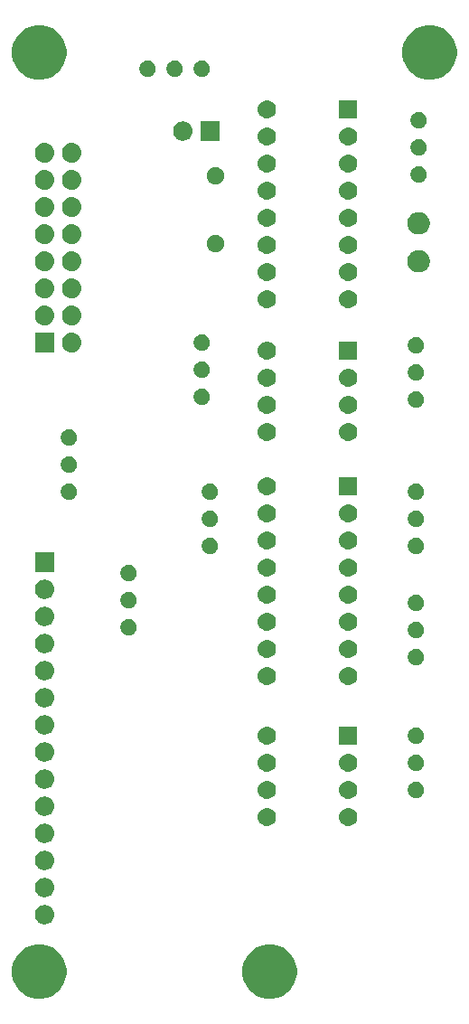
<source format=gbr>
G04 #@! TF.GenerationSoftware,KiCad,Pcbnew,(5.1.4-0-10_14)*
G04 #@! TF.CreationDate,2019-10-08T21:24:41-07:00*
G04 #@! TF.ProjectId,VCO_Main,56434f5f-4d61-4696-9e2e-6b696361645f,rev?*
G04 #@! TF.SameCoordinates,Original*
G04 #@! TF.FileFunction,Soldermask,Bot*
G04 #@! TF.FilePolarity,Negative*
%FSLAX46Y46*%
G04 Gerber Fmt 4.6, Leading zero omitted, Abs format (unit mm)*
G04 Created by KiCad (PCBNEW (5.1.4-0-10_14)) date 2019-10-08 21:24:41*
%MOMM*%
%LPD*%
G04 APERTURE LIST*
%ADD10C,0.150000*%
G04 APERTURE END LIST*
D10*
G36*
X92946098Y-154265033D02*
G01*
X93410350Y-154457332D01*
X93410352Y-154457333D01*
X93828168Y-154736509D01*
X94183491Y-155091832D01*
X94462667Y-155509648D01*
X94462668Y-155509650D01*
X94654967Y-155973902D01*
X94753000Y-156466747D01*
X94753000Y-156969253D01*
X94654967Y-157462098D01*
X94462668Y-157926350D01*
X94462667Y-157926352D01*
X94183491Y-158344168D01*
X93828168Y-158699491D01*
X93410352Y-158978667D01*
X93410351Y-158978668D01*
X93410350Y-158978668D01*
X92946098Y-159170967D01*
X92453253Y-159269000D01*
X91950747Y-159269000D01*
X91457902Y-159170967D01*
X90993650Y-158978668D01*
X90993649Y-158978668D01*
X90993648Y-158978667D01*
X90575832Y-158699491D01*
X90220509Y-158344168D01*
X89941333Y-157926352D01*
X89941332Y-157926350D01*
X89749033Y-157462098D01*
X89651000Y-156969253D01*
X89651000Y-156466747D01*
X89749033Y-155973902D01*
X89941332Y-155509650D01*
X89941333Y-155509648D01*
X90220509Y-155091832D01*
X90575832Y-154736509D01*
X90993648Y-154457333D01*
X90993650Y-154457332D01*
X91457902Y-154265033D01*
X91950747Y-154167000D01*
X92453253Y-154167000D01*
X92946098Y-154265033D01*
X92946098Y-154265033D01*
G37*
G36*
X71356098Y-154265033D02*
G01*
X71820350Y-154457332D01*
X71820352Y-154457333D01*
X72238168Y-154736509D01*
X72593491Y-155091832D01*
X72872667Y-155509648D01*
X72872668Y-155509650D01*
X73064967Y-155973902D01*
X73163000Y-156466747D01*
X73163000Y-156969253D01*
X73064967Y-157462098D01*
X72872668Y-157926350D01*
X72872667Y-157926352D01*
X72593491Y-158344168D01*
X72238168Y-158699491D01*
X71820352Y-158978667D01*
X71820351Y-158978668D01*
X71820350Y-158978668D01*
X71356098Y-159170967D01*
X70863253Y-159269000D01*
X70360747Y-159269000D01*
X69867902Y-159170967D01*
X69403650Y-158978668D01*
X69403649Y-158978668D01*
X69403648Y-158978667D01*
X68985832Y-158699491D01*
X68630509Y-158344168D01*
X68351333Y-157926352D01*
X68351332Y-157926350D01*
X68159033Y-157462098D01*
X68061000Y-156969253D01*
X68061000Y-156466747D01*
X68159033Y-155973902D01*
X68351332Y-155509650D01*
X68351333Y-155509648D01*
X68630509Y-155091832D01*
X68985832Y-154736509D01*
X69403648Y-154457333D01*
X69403650Y-154457332D01*
X69867902Y-154265033D01*
X70360747Y-154167000D01*
X70863253Y-154167000D01*
X71356098Y-154265033D01*
X71356098Y-154265033D01*
G37*
G36*
X71230442Y-150489518D02*
G01*
X71296627Y-150496037D01*
X71466466Y-150547557D01*
X71622991Y-150631222D01*
X71658729Y-150660552D01*
X71760186Y-150743814D01*
X71843448Y-150845271D01*
X71872778Y-150881009D01*
X71956443Y-151037534D01*
X72007963Y-151207373D01*
X72025359Y-151384000D01*
X72007963Y-151560627D01*
X71956443Y-151730466D01*
X71872778Y-151886991D01*
X71843448Y-151922729D01*
X71760186Y-152024186D01*
X71658729Y-152107448D01*
X71622991Y-152136778D01*
X71466466Y-152220443D01*
X71296627Y-152271963D01*
X71230443Y-152278481D01*
X71164260Y-152285000D01*
X71075740Y-152285000D01*
X71009557Y-152278481D01*
X70943373Y-152271963D01*
X70773534Y-152220443D01*
X70617009Y-152136778D01*
X70581271Y-152107448D01*
X70479814Y-152024186D01*
X70396552Y-151922729D01*
X70367222Y-151886991D01*
X70283557Y-151730466D01*
X70232037Y-151560627D01*
X70214641Y-151384000D01*
X70232037Y-151207373D01*
X70283557Y-151037534D01*
X70367222Y-150881009D01*
X70396552Y-150845271D01*
X70479814Y-150743814D01*
X70581271Y-150660552D01*
X70617009Y-150631222D01*
X70773534Y-150547557D01*
X70943373Y-150496037D01*
X71009558Y-150489518D01*
X71075740Y-150483000D01*
X71164260Y-150483000D01*
X71230442Y-150489518D01*
X71230442Y-150489518D01*
G37*
G36*
X71230442Y-147949518D02*
G01*
X71296627Y-147956037D01*
X71466466Y-148007557D01*
X71622991Y-148091222D01*
X71658729Y-148120552D01*
X71760186Y-148203814D01*
X71843448Y-148305271D01*
X71872778Y-148341009D01*
X71956443Y-148497534D01*
X72007963Y-148667373D01*
X72025359Y-148844000D01*
X72007963Y-149020627D01*
X71956443Y-149190466D01*
X71872778Y-149346991D01*
X71843448Y-149382729D01*
X71760186Y-149484186D01*
X71658729Y-149567448D01*
X71622991Y-149596778D01*
X71466466Y-149680443D01*
X71296627Y-149731963D01*
X71230442Y-149738482D01*
X71164260Y-149745000D01*
X71075740Y-149745000D01*
X71009558Y-149738482D01*
X70943373Y-149731963D01*
X70773534Y-149680443D01*
X70617009Y-149596778D01*
X70581271Y-149567448D01*
X70479814Y-149484186D01*
X70396552Y-149382729D01*
X70367222Y-149346991D01*
X70283557Y-149190466D01*
X70232037Y-149020627D01*
X70214641Y-148844000D01*
X70232037Y-148667373D01*
X70283557Y-148497534D01*
X70367222Y-148341009D01*
X70396552Y-148305271D01*
X70479814Y-148203814D01*
X70581271Y-148120552D01*
X70617009Y-148091222D01*
X70773534Y-148007557D01*
X70943373Y-147956037D01*
X71009558Y-147949518D01*
X71075740Y-147943000D01*
X71164260Y-147943000D01*
X71230442Y-147949518D01*
X71230442Y-147949518D01*
G37*
G36*
X71230443Y-145409519D02*
G01*
X71296627Y-145416037D01*
X71466466Y-145467557D01*
X71622991Y-145551222D01*
X71658729Y-145580552D01*
X71760186Y-145663814D01*
X71843448Y-145765271D01*
X71872778Y-145801009D01*
X71956443Y-145957534D01*
X72007963Y-146127373D01*
X72025359Y-146304000D01*
X72007963Y-146480627D01*
X71956443Y-146650466D01*
X71872778Y-146806991D01*
X71843448Y-146842729D01*
X71760186Y-146944186D01*
X71658729Y-147027448D01*
X71622991Y-147056778D01*
X71466466Y-147140443D01*
X71296627Y-147191963D01*
X71230442Y-147198482D01*
X71164260Y-147205000D01*
X71075740Y-147205000D01*
X71009558Y-147198482D01*
X70943373Y-147191963D01*
X70773534Y-147140443D01*
X70617009Y-147056778D01*
X70581271Y-147027448D01*
X70479814Y-146944186D01*
X70396552Y-146842729D01*
X70367222Y-146806991D01*
X70283557Y-146650466D01*
X70232037Y-146480627D01*
X70214641Y-146304000D01*
X70232037Y-146127373D01*
X70283557Y-145957534D01*
X70367222Y-145801009D01*
X70396552Y-145765271D01*
X70479814Y-145663814D01*
X70581271Y-145580552D01*
X70617009Y-145551222D01*
X70773534Y-145467557D01*
X70943373Y-145416037D01*
X71009557Y-145409519D01*
X71075740Y-145403000D01*
X71164260Y-145403000D01*
X71230443Y-145409519D01*
X71230443Y-145409519D01*
G37*
G36*
X71230443Y-142869519D02*
G01*
X71296627Y-142876037D01*
X71466466Y-142927557D01*
X71622991Y-143011222D01*
X71645901Y-143030024D01*
X71760186Y-143123814D01*
X71843448Y-143225271D01*
X71872778Y-143261009D01*
X71956443Y-143417534D01*
X72007963Y-143587373D01*
X72025359Y-143764000D01*
X72007963Y-143940627D01*
X71956443Y-144110466D01*
X71872778Y-144266991D01*
X71843448Y-144302729D01*
X71760186Y-144404186D01*
X71658729Y-144487448D01*
X71622991Y-144516778D01*
X71466466Y-144600443D01*
X71296627Y-144651963D01*
X71230442Y-144658482D01*
X71164260Y-144665000D01*
X71075740Y-144665000D01*
X71009558Y-144658482D01*
X70943373Y-144651963D01*
X70773534Y-144600443D01*
X70617009Y-144516778D01*
X70581271Y-144487448D01*
X70479814Y-144404186D01*
X70396552Y-144302729D01*
X70367222Y-144266991D01*
X70283557Y-144110466D01*
X70232037Y-143940627D01*
X70214641Y-143764000D01*
X70232037Y-143587373D01*
X70283557Y-143417534D01*
X70367222Y-143261009D01*
X70396552Y-143225271D01*
X70479814Y-143123814D01*
X70594099Y-143030024D01*
X70617009Y-143011222D01*
X70773534Y-142927557D01*
X70943373Y-142876037D01*
X71009557Y-142869519D01*
X71075740Y-142863000D01*
X71164260Y-142863000D01*
X71230443Y-142869519D01*
X71230443Y-142869519D01*
G37*
G36*
X92114823Y-141401313D02*
G01*
X92275242Y-141449976D01*
X92407906Y-141520886D01*
X92423078Y-141528996D01*
X92552659Y-141635341D01*
X92659004Y-141764922D01*
X92659005Y-141764924D01*
X92738024Y-141912758D01*
X92786687Y-142073177D01*
X92803117Y-142240000D01*
X92786687Y-142406823D01*
X92738024Y-142567242D01*
X92667114Y-142699906D01*
X92659004Y-142715078D01*
X92552659Y-142844659D01*
X92423078Y-142951004D01*
X92423076Y-142951005D01*
X92275242Y-143030024D01*
X92114823Y-143078687D01*
X91989804Y-143091000D01*
X91906196Y-143091000D01*
X91781177Y-143078687D01*
X91620758Y-143030024D01*
X91472924Y-142951005D01*
X91472922Y-142951004D01*
X91343341Y-142844659D01*
X91236996Y-142715078D01*
X91228886Y-142699906D01*
X91157976Y-142567242D01*
X91109313Y-142406823D01*
X91092883Y-142240000D01*
X91109313Y-142073177D01*
X91157976Y-141912758D01*
X91236995Y-141764924D01*
X91236996Y-141764922D01*
X91343341Y-141635341D01*
X91472922Y-141528996D01*
X91488094Y-141520886D01*
X91620758Y-141449976D01*
X91781177Y-141401313D01*
X91906196Y-141389000D01*
X91989804Y-141389000D01*
X92114823Y-141401313D01*
X92114823Y-141401313D01*
G37*
G36*
X99734823Y-141401313D02*
G01*
X99895242Y-141449976D01*
X100027906Y-141520886D01*
X100043078Y-141528996D01*
X100172659Y-141635341D01*
X100279004Y-141764922D01*
X100279005Y-141764924D01*
X100358024Y-141912758D01*
X100406687Y-142073177D01*
X100423117Y-142240000D01*
X100406687Y-142406823D01*
X100358024Y-142567242D01*
X100287114Y-142699906D01*
X100279004Y-142715078D01*
X100172659Y-142844659D01*
X100043078Y-142951004D01*
X100043076Y-142951005D01*
X99895242Y-143030024D01*
X99734823Y-143078687D01*
X99609804Y-143091000D01*
X99526196Y-143091000D01*
X99401177Y-143078687D01*
X99240758Y-143030024D01*
X99092924Y-142951005D01*
X99092922Y-142951004D01*
X98963341Y-142844659D01*
X98856996Y-142715078D01*
X98848886Y-142699906D01*
X98777976Y-142567242D01*
X98729313Y-142406823D01*
X98712883Y-142240000D01*
X98729313Y-142073177D01*
X98777976Y-141912758D01*
X98856995Y-141764924D01*
X98856996Y-141764922D01*
X98963341Y-141635341D01*
X99092922Y-141528996D01*
X99108094Y-141520886D01*
X99240758Y-141449976D01*
X99401177Y-141401313D01*
X99526196Y-141389000D01*
X99609804Y-141389000D01*
X99734823Y-141401313D01*
X99734823Y-141401313D01*
G37*
G36*
X71230442Y-140329518D02*
G01*
X71296627Y-140336037D01*
X71466466Y-140387557D01*
X71622991Y-140471222D01*
X71645901Y-140490024D01*
X71760186Y-140583814D01*
X71843448Y-140685271D01*
X71872778Y-140721009D01*
X71956443Y-140877534D01*
X72007963Y-141047373D01*
X72025359Y-141224000D01*
X72007963Y-141400627D01*
X71956443Y-141570466D01*
X71872778Y-141726991D01*
X71843448Y-141762729D01*
X71760186Y-141864186D01*
X71658729Y-141947448D01*
X71622991Y-141976778D01*
X71466466Y-142060443D01*
X71296627Y-142111963D01*
X71230443Y-142118481D01*
X71164260Y-142125000D01*
X71075740Y-142125000D01*
X71009557Y-142118481D01*
X70943373Y-142111963D01*
X70773534Y-142060443D01*
X70617009Y-141976778D01*
X70581271Y-141947448D01*
X70479814Y-141864186D01*
X70396552Y-141762729D01*
X70367222Y-141726991D01*
X70283557Y-141570466D01*
X70232037Y-141400627D01*
X70214641Y-141224000D01*
X70232037Y-141047373D01*
X70283557Y-140877534D01*
X70367222Y-140721009D01*
X70396552Y-140685271D01*
X70479814Y-140583814D01*
X70594099Y-140490024D01*
X70617009Y-140471222D01*
X70773534Y-140387557D01*
X70943373Y-140336037D01*
X71009558Y-140329518D01*
X71075740Y-140323000D01*
X71164260Y-140323000D01*
X71230442Y-140329518D01*
X71230442Y-140329518D01*
G37*
G36*
X99734823Y-138861313D02*
G01*
X99895242Y-138909976D01*
X99930833Y-138929000D01*
X100043078Y-138988996D01*
X100172659Y-139095341D01*
X100279004Y-139224922D01*
X100279005Y-139224924D01*
X100358024Y-139372758D01*
X100406687Y-139533177D01*
X100423117Y-139700000D01*
X100406687Y-139866823D01*
X100358024Y-140027242D01*
X100287114Y-140159906D01*
X100279004Y-140175078D01*
X100172659Y-140304659D01*
X100043078Y-140411004D01*
X100043076Y-140411005D01*
X99895242Y-140490024D01*
X99734823Y-140538687D01*
X99609804Y-140551000D01*
X99526196Y-140551000D01*
X99401177Y-140538687D01*
X99240758Y-140490024D01*
X99092924Y-140411005D01*
X99092922Y-140411004D01*
X98963341Y-140304659D01*
X98856996Y-140175078D01*
X98848886Y-140159906D01*
X98777976Y-140027242D01*
X98729313Y-139866823D01*
X98712883Y-139700000D01*
X98729313Y-139533177D01*
X98777976Y-139372758D01*
X98856995Y-139224924D01*
X98856996Y-139224922D01*
X98963341Y-139095341D01*
X99092922Y-138988996D01*
X99205167Y-138929000D01*
X99240758Y-138909976D01*
X99401177Y-138861313D01*
X99526196Y-138849000D01*
X99609804Y-138849000D01*
X99734823Y-138861313D01*
X99734823Y-138861313D01*
G37*
G36*
X92114823Y-138861313D02*
G01*
X92275242Y-138909976D01*
X92310833Y-138929000D01*
X92423078Y-138988996D01*
X92552659Y-139095341D01*
X92659004Y-139224922D01*
X92659005Y-139224924D01*
X92738024Y-139372758D01*
X92786687Y-139533177D01*
X92803117Y-139700000D01*
X92786687Y-139866823D01*
X92738024Y-140027242D01*
X92667114Y-140159906D01*
X92659004Y-140175078D01*
X92552659Y-140304659D01*
X92423078Y-140411004D01*
X92423076Y-140411005D01*
X92275242Y-140490024D01*
X92114823Y-140538687D01*
X91989804Y-140551000D01*
X91906196Y-140551000D01*
X91781177Y-140538687D01*
X91620758Y-140490024D01*
X91472924Y-140411005D01*
X91472922Y-140411004D01*
X91343341Y-140304659D01*
X91236996Y-140175078D01*
X91228886Y-140159906D01*
X91157976Y-140027242D01*
X91109313Y-139866823D01*
X91092883Y-139700000D01*
X91109313Y-139533177D01*
X91157976Y-139372758D01*
X91236995Y-139224924D01*
X91236996Y-139224922D01*
X91343341Y-139095341D01*
X91472922Y-138988996D01*
X91585167Y-138929000D01*
X91620758Y-138909976D01*
X91781177Y-138861313D01*
X91906196Y-138849000D01*
X91989804Y-138849000D01*
X92114823Y-138861313D01*
X92114823Y-138861313D01*
G37*
G36*
X106043589Y-138938876D02*
G01*
X106142893Y-138958629D01*
X106283206Y-139016748D01*
X106409484Y-139101125D01*
X106516875Y-139208516D01*
X106601252Y-139334794D01*
X106659371Y-139475107D01*
X106689000Y-139624063D01*
X106689000Y-139775937D01*
X106659371Y-139924893D01*
X106601252Y-140065206D01*
X106516875Y-140191484D01*
X106409484Y-140298875D01*
X106283206Y-140383252D01*
X106142893Y-140441371D01*
X106043589Y-140461124D01*
X105993938Y-140471000D01*
X105842062Y-140471000D01*
X105792411Y-140461124D01*
X105693107Y-140441371D01*
X105552794Y-140383252D01*
X105426516Y-140298875D01*
X105319125Y-140191484D01*
X105234748Y-140065206D01*
X105176629Y-139924893D01*
X105147000Y-139775937D01*
X105147000Y-139624063D01*
X105176629Y-139475107D01*
X105234748Y-139334794D01*
X105319125Y-139208516D01*
X105426516Y-139101125D01*
X105552794Y-139016748D01*
X105693107Y-138958629D01*
X105792411Y-138938876D01*
X105842062Y-138929000D01*
X105993938Y-138929000D01*
X106043589Y-138938876D01*
X106043589Y-138938876D01*
G37*
G36*
X71230443Y-137789519D02*
G01*
X71296627Y-137796037D01*
X71466466Y-137847557D01*
X71622991Y-137931222D01*
X71645901Y-137950024D01*
X71760186Y-138043814D01*
X71843448Y-138145271D01*
X71872778Y-138181009D01*
X71956443Y-138337534D01*
X72007963Y-138507373D01*
X72025359Y-138684000D01*
X72007963Y-138860627D01*
X71956443Y-139030466D01*
X71872778Y-139186991D01*
X71855113Y-139208516D01*
X71760186Y-139324186D01*
X71658729Y-139407448D01*
X71622991Y-139436778D01*
X71466466Y-139520443D01*
X71296627Y-139571963D01*
X71230443Y-139578481D01*
X71164260Y-139585000D01*
X71075740Y-139585000D01*
X71009557Y-139578481D01*
X70943373Y-139571963D01*
X70773534Y-139520443D01*
X70617009Y-139436778D01*
X70581271Y-139407448D01*
X70479814Y-139324186D01*
X70384887Y-139208516D01*
X70367222Y-139186991D01*
X70283557Y-139030466D01*
X70232037Y-138860627D01*
X70214641Y-138684000D01*
X70232037Y-138507373D01*
X70283557Y-138337534D01*
X70367222Y-138181009D01*
X70396552Y-138145271D01*
X70479814Y-138043814D01*
X70594099Y-137950024D01*
X70617009Y-137931222D01*
X70773534Y-137847557D01*
X70943373Y-137796037D01*
X71009557Y-137789519D01*
X71075740Y-137783000D01*
X71164260Y-137783000D01*
X71230443Y-137789519D01*
X71230443Y-137789519D01*
G37*
G36*
X99734823Y-136321313D02*
G01*
X99895242Y-136369976D01*
X99930833Y-136389000D01*
X100043078Y-136448996D01*
X100172659Y-136555341D01*
X100279004Y-136684922D01*
X100279005Y-136684924D01*
X100358024Y-136832758D01*
X100406687Y-136993177D01*
X100423117Y-137160000D01*
X100406687Y-137326823D01*
X100358024Y-137487242D01*
X100287114Y-137619906D01*
X100279004Y-137635078D01*
X100172659Y-137764659D01*
X100043078Y-137871004D01*
X100043076Y-137871005D01*
X99895242Y-137950024D01*
X99734823Y-137998687D01*
X99609804Y-138011000D01*
X99526196Y-138011000D01*
X99401177Y-137998687D01*
X99240758Y-137950024D01*
X99092924Y-137871005D01*
X99092922Y-137871004D01*
X98963341Y-137764659D01*
X98856996Y-137635078D01*
X98848886Y-137619906D01*
X98777976Y-137487242D01*
X98729313Y-137326823D01*
X98712883Y-137160000D01*
X98729313Y-136993177D01*
X98777976Y-136832758D01*
X98856995Y-136684924D01*
X98856996Y-136684922D01*
X98963341Y-136555341D01*
X99092922Y-136448996D01*
X99205167Y-136389000D01*
X99240758Y-136369976D01*
X99401177Y-136321313D01*
X99526196Y-136309000D01*
X99609804Y-136309000D01*
X99734823Y-136321313D01*
X99734823Y-136321313D01*
G37*
G36*
X92114823Y-136321313D02*
G01*
X92275242Y-136369976D01*
X92310833Y-136389000D01*
X92423078Y-136448996D01*
X92552659Y-136555341D01*
X92659004Y-136684922D01*
X92659005Y-136684924D01*
X92738024Y-136832758D01*
X92786687Y-136993177D01*
X92803117Y-137160000D01*
X92786687Y-137326823D01*
X92738024Y-137487242D01*
X92667114Y-137619906D01*
X92659004Y-137635078D01*
X92552659Y-137764659D01*
X92423078Y-137871004D01*
X92423076Y-137871005D01*
X92275242Y-137950024D01*
X92114823Y-137998687D01*
X91989804Y-138011000D01*
X91906196Y-138011000D01*
X91781177Y-137998687D01*
X91620758Y-137950024D01*
X91472924Y-137871005D01*
X91472922Y-137871004D01*
X91343341Y-137764659D01*
X91236996Y-137635078D01*
X91228886Y-137619906D01*
X91157976Y-137487242D01*
X91109313Y-137326823D01*
X91092883Y-137160000D01*
X91109313Y-136993177D01*
X91157976Y-136832758D01*
X91236995Y-136684924D01*
X91236996Y-136684922D01*
X91343341Y-136555341D01*
X91472922Y-136448996D01*
X91585167Y-136389000D01*
X91620758Y-136369976D01*
X91781177Y-136321313D01*
X91906196Y-136309000D01*
X91989804Y-136309000D01*
X92114823Y-136321313D01*
X92114823Y-136321313D01*
G37*
G36*
X106043589Y-136398876D02*
G01*
X106142893Y-136418629D01*
X106283206Y-136476748D01*
X106409484Y-136561125D01*
X106516875Y-136668516D01*
X106601252Y-136794794D01*
X106659371Y-136935107D01*
X106689000Y-137084063D01*
X106689000Y-137235937D01*
X106659371Y-137384893D01*
X106601252Y-137525206D01*
X106516875Y-137651484D01*
X106409484Y-137758875D01*
X106283206Y-137843252D01*
X106142893Y-137901371D01*
X106043589Y-137921124D01*
X105993938Y-137931000D01*
X105842062Y-137931000D01*
X105792411Y-137921124D01*
X105693107Y-137901371D01*
X105552794Y-137843252D01*
X105426516Y-137758875D01*
X105319125Y-137651484D01*
X105234748Y-137525206D01*
X105176629Y-137384893D01*
X105147000Y-137235937D01*
X105147000Y-137084063D01*
X105176629Y-136935107D01*
X105234748Y-136794794D01*
X105319125Y-136668516D01*
X105426516Y-136561125D01*
X105552794Y-136476748D01*
X105693107Y-136418629D01*
X105792411Y-136398876D01*
X105842062Y-136389000D01*
X105993938Y-136389000D01*
X106043589Y-136398876D01*
X106043589Y-136398876D01*
G37*
G36*
X71230443Y-135249519D02*
G01*
X71296627Y-135256037D01*
X71466466Y-135307557D01*
X71622991Y-135391222D01*
X71645901Y-135410024D01*
X71760186Y-135503814D01*
X71843448Y-135605271D01*
X71872778Y-135641009D01*
X71956443Y-135797534D01*
X72007963Y-135967373D01*
X72025359Y-136144000D01*
X72007963Y-136320627D01*
X71956443Y-136490466D01*
X71872778Y-136646991D01*
X71855113Y-136668516D01*
X71760186Y-136784186D01*
X71658729Y-136867448D01*
X71622991Y-136896778D01*
X71466466Y-136980443D01*
X71296627Y-137031963D01*
X71230443Y-137038481D01*
X71164260Y-137045000D01*
X71075740Y-137045000D01*
X71009557Y-137038481D01*
X70943373Y-137031963D01*
X70773534Y-136980443D01*
X70617009Y-136896778D01*
X70581271Y-136867448D01*
X70479814Y-136784186D01*
X70384887Y-136668516D01*
X70367222Y-136646991D01*
X70283557Y-136490466D01*
X70232037Y-136320627D01*
X70214641Y-136144000D01*
X70232037Y-135967373D01*
X70283557Y-135797534D01*
X70367222Y-135641009D01*
X70396552Y-135605271D01*
X70479814Y-135503814D01*
X70594099Y-135410024D01*
X70617009Y-135391222D01*
X70773534Y-135307557D01*
X70943373Y-135256037D01*
X71009557Y-135249519D01*
X71075740Y-135243000D01*
X71164260Y-135243000D01*
X71230443Y-135249519D01*
X71230443Y-135249519D01*
G37*
G36*
X100419000Y-135471000D02*
G01*
X98717000Y-135471000D01*
X98717000Y-133769000D01*
X100419000Y-133769000D01*
X100419000Y-135471000D01*
X100419000Y-135471000D01*
G37*
G36*
X92114823Y-133781313D02*
G01*
X92275242Y-133829976D01*
X92310833Y-133849000D01*
X92423078Y-133908996D01*
X92552659Y-134015341D01*
X92659004Y-134144922D01*
X92659005Y-134144924D01*
X92738024Y-134292758D01*
X92786687Y-134453177D01*
X92803117Y-134620000D01*
X92786687Y-134786823D01*
X92738024Y-134947242D01*
X92667114Y-135079906D01*
X92659004Y-135095078D01*
X92552659Y-135224659D01*
X92423078Y-135331004D01*
X92423076Y-135331005D01*
X92275242Y-135410024D01*
X92114823Y-135458687D01*
X91989804Y-135471000D01*
X91906196Y-135471000D01*
X91781177Y-135458687D01*
X91620758Y-135410024D01*
X91472924Y-135331005D01*
X91472922Y-135331004D01*
X91343341Y-135224659D01*
X91236996Y-135095078D01*
X91228886Y-135079906D01*
X91157976Y-134947242D01*
X91109313Y-134786823D01*
X91092883Y-134620000D01*
X91109313Y-134453177D01*
X91157976Y-134292758D01*
X91236995Y-134144924D01*
X91236996Y-134144922D01*
X91343341Y-134015341D01*
X91472922Y-133908996D01*
X91585167Y-133849000D01*
X91620758Y-133829976D01*
X91781177Y-133781313D01*
X91906196Y-133769000D01*
X91989804Y-133769000D01*
X92114823Y-133781313D01*
X92114823Y-133781313D01*
G37*
G36*
X106043589Y-133858876D02*
G01*
X106142893Y-133878629D01*
X106283206Y-133936748D01*
X106409484Y-134021125D01*
X106516875Y-134128516D01*
X106601252Y-134254794D01*
X106659371Y-134395107D01*
X106689000Y-134544063D01*
X106689000Y-134695937D01*
X106659371Y-134844893D01*
X106601252Y-134985206D01*
X106516875Y-135111484D01*
X106409484Y-135218875D01*
X106283206Y-135303252D01*
X106142893Y-135361371D01*
X106043589Y-135381124D01*
X105993938Y-135391000D01*
X105842062Y-135391000D01*
X105792411Y-135381124D01*
X105693107Y-135361371D01*
X105552794Y-135303252D01*
X105426516Y-135218875D01*
X105319125Y-135111484D01*
X105234748Y-134985206D01*
X105176629Y-134844893D01*
X105147000Y-134695937D01*
X105147000Y-134544063D01*
X105176629Y-134395107D01*
X105234748Y-134254794D01*
X105319125Y-134128516D01*
X105426516Y-134021125D01*
X105552794Y-133936748D01*
X105693107Y-133878629D01*
X105792411Y-133858876D01*
X105842062Y-133849000D01*
X105993938Y-133849000D01*
X106043589Y-133858876D01*
X106043589Y-133858876D01*
G37*
G36*
X71230442Y-132709518D02*
G01*
X71296627Y-132716037D01*
X71466466Y-132767557D01*
X71622991Y-132851222D01*
X71658729Y-132880552D01*
X71760186Y-132963814D01*
X71843448Y-133065271D01*
X71872778Y-133101009D01*
X71956443Y-133257534D01*
X72007963Y-133427373D01*
X72025359Y-133604000D01*
X72007963Y-133780627D01*
X71956443Y-133950466D01*
X71872778Y-134106991D01*
X71855113Y-134128516D01*
X71760186Y-134244186D01*
X71658729Y-134327448D01*
X71622991Y-134356778D01*
X71466466Y-134440443D01*
X71296627Y-134491963D01*
X71230442Y-134498482D01*
X71164260Y-134505000D01*
X71075740Y-134505000D01*
X71009558Y-134498482D01*
X70943373Y-134491963D01*
X70773534Y-134440443D01*
X70617009Y-134356778D01*
X70581271Y-134327448D01*
X70479814Y-134244186D01*
X70384887Y-134128516D01*
X70367222Y-134106991D01*
X70283557Y-133950466D01*
X70232037Y-133780627D01*
X70214641Y-133604000D01*
X70232037Y-133427373D01*
X70283557Y-133257534D01*
X70367222Y-133101009D01*
X70396552Y-133065271D01*
X70479814Y-132963814D01*
X70581271Y-132880552D01*
X70617009Y-132851222D01*
X70773534Y-132767557D01*
X70943373Y-132716037D01*
X71009558Y-132709518D01*
X71075740Y-132703000D01*
X71164260Y-132703000D01*
X71230442Y-132709518D01*
X71230442Y-132709518D01*
G37*
G36*
X71230442Y-130169518D02*
G01*
X71296627Y-130176037D01*
X71466466Y-130227557D01*
X71622991Y-130311222D01*
X71658729Y-130340552D01*
X71760186Y-130423814D01*
X71843448Y-130525271D01*
X71872778Y-130561009D01*
X71956443Y-130717534D01*
X72007963Y-130887373D01*
X72025359Y-131064000D01*
X72007963Y-131240627D01*
X71956443Y-131410466D01*
X71872778Y-131566991D01*
X71843448Y-131602729D01*
X71760186Y-131704186D01*
X71658729Y-131787448D01*
X71622991Y-131816778D01*
X71466466Y-131900443D01*
X71296627Y-131951963D01*
X71230443Y-131958481D01*
X71164260Y-131965000D01*
X71075740Y-131965000D01*
X71009557Y-131958481D01*
X70943373Y-131951963D01*
X70773534Y-131900443D01*
X70617009Y-131816778D01*
X70581271Y-131787448D01*
X70479814Y-131704186D01*
X70396552Y-131602729D01*
X70367222Y-131566991D01*
X70283557Y-131410466D01*
X70232037Y-131240627D01*
X70214641Y-131064000D01*
X70232037Y-130887373D01*
X70283557Y-130717534D01*
X70367222Y-130561009D01*
X70396552Y-130525271D01*
X70479814Y-130423814D01*
X70581271Y-130340552D01*
X70617009Y-130311222D01*
X70773534Y-130227557D01*
X70943373Y-130176037D01*
X71009558Y-130169518D01*
X71075740Y-130163000D01*
X71164260Y-130163000D01*
X71230442Y-130169518D01*
X71230442Y-130169518D01*
G37*
G36*
X99734823Y-128193313D02*
G01*
X99895242Y-128241976D01*
X100027906Y-128312886D01*
X100043078Y-128320996D01*
X100172659Y-128427341D01*
X100279004Y-128556922D01*
X100279005Y-128556924D01*
X100358024Y-128704758D01*
X100406687Y-128865177D01*
X100423117Y-129032000D01*
X100406687Y-129198823D01*
X100358024Y-129359242D01*
X100287114Y-129491906D01*
X100279004Y-129507078D01*
X100172659Y-129636659D01*
X100043078Y-129743004D01*
X100043076Y-129743005D01*
X99895242Y-129822024D01*
X99734823Y-129870687D01*
X99609804Y-129883000D01*
X99526196Y-129883000D01*
X99401177Y-129870687D01*
X99240758Y-129822024D01*
X99092924Y-129743005D01*
X99092922Y-129743004D01*
X98963341Y-129636659D01*
X98856996Y-129507078D01*
X98848886Y-129491906D01*
X98777976Y-129359242D01*
X98729313Y-129198823D01*
X98712883Y-129032000D01*
X98729313Y-128865177D01*
X98777976Y-128704758D01*
X98856995Y-128556924D01*
X98856996Y-128556922D01*
X98963341Y-128427341D01*
X99092922Y-128320996D01*
X99108094Y-128312886D01*
X99240758Y-128241976D01*
X99401177Y-128193313D01*
X99526196Y-128181000D01*
X99609804Y-128181000D01*
X99734823Y-128193313D01*
X99734823Y-128193313D01*
G37*
G36*
X92114823Y-128193313D02*
G01*
X92275242Y-128241976D01*
X92407906Y-128312886D01*
X92423078Y-128320996D01*
X92552659Y-128427341D01*
X92659004Y-128556922D01*
X92659005Y-128556924D01*
X92738024Y-128704758D01*
X92786687Y-128865177D01*
X92803117Y-129032000D01*
X92786687Y-129198823D01*
X92738024Y-129359242D01*
X92667114Y-129491906D01*
X92659004Y-129507078D01*
X92552659Y-129636659D01*
X92423078Y-129743004D01*
X92423076Y-129743005D01*
X92275242Y-129822024D01*
X92114823Y-129870687D01*
X91989804Y-129883000D01*
X91906196Y-129883000D01*
X91781177Y-129870687D01*
X91620758Y-129822024D01*
X91472924Y-129743005D01*
X91472922Y-129743004D01*
X91343341Y-129636659D01*
X91236996Y-129507078D01*
X91228886Y-129491906D01*
X91157976Y-129359242D01*
X91109313Y-129198823D01*
X91092883Y-129032000D01*
X91109313Y-128865177D01*
X91157976Y-128704758D01*
X91236995Y-128556924D01*
X91236996Y-128556922D01*
X91343341Y-128427341D01*
X91472922Y-128320996D01*
X91488094Y-128312886D01*
X91620758Y-128241976D01*
X91781177Y-128193313D01*
X91906196Y-128181000D01*
X91989804Y-128181000D01*
X92114823Y-128193313D01*
X92114823Y-128193313D01*
G37*
G36*
X71230442Y-127629518D02*
G01*
X71296627Y-127636037D01*
X71466466Y-127687557D01*
X71622991Y-127771222D01*
X71658729Y-127800552D01*
X71760186Y-127883814D01*
X71843448Y-127985271D01*
X71872778Y-128021009D01*
X71956443Y-128177534D01*
X72007963Y-128347373D01*
X72025359Y-128524000D01*
X72007963Y-128700627D01*
X71956443Y-128870466D01*
X71872778Y-129026991D01*
X71868667Y-129032000D01*
X71760186Y-129164186D01*
X71658729Y-129247448D01*
X71622991Y-129276778D01*
X71466466Y-129360443D01*
X71296627Y-129411963D01*
X71230443Y-129418481D01*
X71164260Y-129425000D01*
X71075740Y-129425000D01*
X71009557Y-129418481D01*
X70943373Y-129411963D01*
X70773534Y-129360443D01*
X70617009Y-129276778D01*
X70581271Y-129247448D01*
X70479814Y-129164186D01*
X70371333Y-129032000D01*
X70367222Y-129026991D01*
X70283557Y-128870466D01*
X70232037Y-128700627D01*
X70214641Y-128524000D01*
X70232037Y-128347373D01*
X70283557Y-128177534D01*
X70367222Y-128021009D01*
X70396552Y-127985271D01*
X70479814Y-127883814D01*
X70581271Y-127800552D01*
X70617009Y-127771222D01*
X70773534Y-127687557D01*
X70943373Y-127636037D01*
X71009558Y-127629518D01*
X71075740Y-127623000D01*
X71164260Y-127623000D01*
X71230442Y-127629518D01*
X71230442Y-127629518D01*
G37*
G36*
X106039183Y-126492000D02*
G01*
X106142893Y-126512629D01*
X106283206Y-126570748D01*
X106409484Y-126655125D01*
X106516875Y-126762516D01*
X106601252Y-126888794D01*
X106659371Y-127029107D01*
X106689000Y-127178063D01*
X106689000Y-127329937D01*
X106659371Y-127478893D01*
X106601252Y-127619206D01*
X106516875Y-127745484D01*
X106409484Y-127852875D01*
X106283206Y-127937252D01*
X106142893Y-127995371D01*
X106043589Y-128015124D01*
X105993938Y-128025000D01*
X105842062Y-128025000D01*
X105792411Y-128015124D01*
X105693107Y-127995371D01*
X105552794Y-127937252D01*
X105426516Y-127852875D01*
X105319125Y-127745484D01*
X105234748Y-127619206D01*
X105176629Y-127478893D01*
X105147000Y-127329937D01*
X105147000Y-127178063D01*
X105176629Y-127029107D01*
X105234748Y-126888794D01*
X105319125Y-126762516D01*
X105426516Y-126655125D01*
X105552794Y-126570748D01*
X105693107Y-126512629D01*
X105796817Y-126492000D01*
X105842062Y-126483000D01*
X105993938Y-126483000D01*
X106039183Y-126492000D01*
X106039183Y-126492000D01*
G37*
G36*
X92114823Y-125653313D02*
G01*
X92275242Y-125701976D01*
X92407906Y-125772886D01*
X92423078Y-125780996D01*
X92552659Y-125887341D01*
X92659004Y-126016922D01*
X92659005Y-126016924D01*
X92738024Y-126164758D01*
X92786687Y-126325177D01*
X92803117Y-126492000D01*
X92786687Y-126658823D01*
X92738024Y-126819242D01*
X92667114Y-126951906D01*
X92659004Y-126967078D01*
X92552659Y-127096659D01*
X92423078Y-127203004D01*
X92423076Y-127203005D01*
X92275242Y-127282024D01*
X92114823Y-127330687D01*
X91989804Y-127343000D01*
X91906196Y-127343000D01*
X91781177Y-127330687D01*
X91620758Y-127282024D01*
X91472924Y-127203005D01*
X91472922Y-127203004D01*
X91343341Y-127096659D01*
X91236996Y-126967078D01*
X91228886Y-126951906D01*
X91157976Y-126819242D01*
X91109313Y-126658823D01*
X91092883Y-126492000D01*
X91109313Y-126325177D01*
X91157976Y-126164758D01*
X91236995Y-126016924D01*
X91236996Y-126016922D01*
X91343341Y-125887341D01*
X91472922Y-125780996D01*
X91488094Y-125772886D01*
X91620758Y-125701976D01*
X91781177Y-125653313D01*
X91906196Y-125641000D01*
X91989804Y-125641000D01*
X92114823Y-125653313D01*
X92114823Y-125653313D01*
G37*
G36*
X99734823Y-125653313D02*
G01*
X99895242Y-125701976D01*
X100027906Y-125772886D01*
X100043078Y-125780996D01*
X100172659Y-125887341D01*
X100279004Y-126016922D01*
X100279005Y-126016924D01*
X100358024Y-126164758D01*
X100406687Y-126325177D01*
X100423117Y-126492000D01*
X100406687Y-126658823D01*
X100358024Y-126819242D01*
X100287114Y-126951906D01*
X100279004Y-126967078D01*
X100172659Y-127096659D01*
X100043078Y-127203004D01*
X100043076Y-127203005D01*
X99895242Y-127282024D01*
X99734823Y-127330687D01*
X99609804Y-127343000D01*
X99526196Y-127343000D01*
X99401177Y-127330687D01*
X99240758Y-127282024D01*
X99092924Y-127203005D01*
X99092922Y-127203004D01*
X98963341Y-127096659D01*
X98856996Y-126967078D01*
X98848886Y-126951906D01*
X98777976Y-126819242D01*
X98729313Y-126658823D01*
X98712883Y-126492000D01*
X98729313Y-126325177D01*
X98777976Y-126164758D01*
X98856995Y-126016924D01*
X98856996Y-126016922D01*
X98963341Y-125887341D01*
X99092922Y-125780996D01*
X99108094Y-125772886D01*
X99240758Y-125701976D01*
X99401177Y-125653313D01*
X99526196Y-125641000D01*
X99609804Y-125641000D01*
X99734823Y-125653313D01*
X99734823Y-125653313D01*
G37*
G36*
X71230442Y-125089518D02*
G01*
X71296627Y-125096037D01*
X71466466Y-125147557D01*
X71622991Y-125231222D01*
X71658729Y-125260552D01*
X71760186Y-125343814D01*
X71843448Y-125445271D01*
X71872778Y-125481009D01*
X71956443Y-125637534D01*
X72007963Y-125807373D01*
X72025359Y-125984000D01*
X72007963Y-126160627D01*
X71956443Y-126330466D01*
X71872778Y-126486991D01*
X71868667Y-126492000D01*
X71760186Y-126624186D01*
X71658729Y-126707448D01*
X71622991Y-126736778D01*
X71466466Y-126820443D01*
X71296627Y-126871963D01*
X71230442Y-126878482D01*
X71164260Y-126885000D01*
X71075740Y-126885000D01*
X71009558Y-126878482D01*
X70943373Y-126871963D01*
X70773534Y-126820443D01*
X70617009Y-126736778D01*
X70581271Y-126707448D01*
X70479814Y-126624186D01*
X70371333Y-126492000D01*
X70367222Y-126486991D01*
X70283557Y-126330466D01*
X70232037Y-126160627D01*
X70214641Y-125984000D01*
X70232037Y-125807373D01*
X70283557Y-125637534D01*
X70367222Y-125481009D01*
X70396552Y-125445271D01*
X70479814Y-125343814D01*
X70581271Y-125260552D01*
X70617009Y-125231222D01*
X70773534Y-125147557D01*
X70943373Y-125096037D01*
X71009558Y-125089518D01*
X71075740Y-125083000D01*
X71164260Y-125083000D01*
X71230442Y-125089518D01*
X71230442Y-125089518D01*
G37*
G36*
X106039183Y-123952000D02*
G01*
X106142893Y-123972629D01*
X106283206Y-124030748D01*
X106409484Y-124115125D01*
X106516875Y-124222516D01*
X106601252Y-124348794D01*
X106659371Y-124489107D01*
X106689000Y-124638063D01*
X106689000Y-124789937D01*
X106659371Y-124938893D01*
X106601252Y-125079206D01*
X106516875Y-125205484D01*
X106409484Y-125312875D01*
X106283206Y-125397252D01*
X106142893Y-125455371D01*
X106043589Y-125475124D01*
X105993938Y-125485000D01*
X105842062Y-125485000D01*
X105792411Y-125475124D01*
X105693107Y-125455371D01*
X105552794Y-125397252D01*
X105426516Y-125312875D01*
X105319125Y-125205484D01*
X105234748Y-125079206D01*
X105176629Y-124938893D01*
X105147000Y-124789937D01*
X105147000Y-124638063D01*
X105176629Y-124489107D01*
X105234748Y-124348794D01*
X105319125Y-124222516D01*
X105426516Y-124115125D01*
X105552794Y-124030748D01*
X105693107Y-123972629D01*
X105796817Y-123952000D01*
X105842062Y-123943000D01*
X105993938Y-123943000D01*
X106039183Y-123952000D01*
X106039183Y-123952000D01*
G37*
G36*
X79119589Y-123698876D02*
G01*
X79218893Y-123718629D01*
X79359206Y-123776748D01*
X79485484Y-123861125D01*
X79592875Y-123968516D01*
X79677252Y-124094794D01*
X79735371Y-124235107D01*
X79765000Y-124384063D01*
X79765000Y-124535937D01*
X79735371Y-124684893D01*
X79677252Y-124825206D01*
X79592875Y-124951484D01*
X79485484Y-125058875D01*
X79359206Y-125143252D01*
X79218893Y-125201371D01*
X79119589Y-125221124D01*
X79069938Y-125231000D01*
X78918062Y-125231000D01*
X78868411Y-125221124D01*
X78769107Y-125201371D01*
X78628794Y-125143252D01*
X78502516Y-125058875D01*
X78395125Y-124951484D01*
X78310748Y-124825206D01*
X78252629Y-124684893D01*
X78223000Y-124535937D01*
X78223000Y-124384063D01*
X78252629Y-124235107D01*
X78310748Y-124094794D01*
X78395125Y-123968516D01*
X78502516Y-123861125D01*
X78628794Y-123776748D01*
X78769107Y-123718629D01*
X78868411Y-123698876D01*
X78918062Y-123689000D01*
X79069938Y-123689000D01*
X79119589Y-123698876D01*
X79119589Y-123698876D01*
G37*
G36*
X99734823Y-123113313D02*
G01*
X99895242Y-123161976D01*
X100027906Y-123232886D01*
X100043078Y-123240996D01*
X100172659Y-123347341D01*
X100279004Y-123476922D01*
X100279005Y-123476924D01*
X100358024Y-123624758D01*
X100406687Y-123785177D01*
X100423117Y-123952000D01*
X100406687Y-124118823D01*
X100358024Y-124279242D01*
X100301996Y-124384062D01*
X100279004Y-124427078D01*
X100172659Y-124556659D01*
X100043078Y-124663004D01*
X100043076Y-124663005D01*
X99895242Y-124742024D01*
X99734823Y-124790687D01*
X99609804Y-124803000D01*
X99526196Y-124803000D01*
X99401177Y-124790687D01*
X99240758Y-124742024D01*
X99092924Y-124663005D01*
X99092922Y-124663004D01*
X98963341Y-124556659D01*
X98856996Y-124427078D01*
X98834004Y-124384062D01*
X98777976Y-124279242D01*
X98729313Y-124118823D01*
X98712883Y-123952000D01*
X98729313Y-123785177D01*
X98777976Y-123624758D01*
X98856995Y-123476924D01*
X98856996Y-123476922D01*
X98963341Y-123347341D01*
X99092922Y-123240996D01*
X99108094Y-123232886D01*
X99240758Y-123161976D01*
X99401177Y-123113313D01*
X99526196Y-123101000D01*
X99609804Y-123101000D01*
X99734823Y-123113313D01*
X99734823Y-123113313D01*
G37*
G36*
X92114823Y-123113313D02*
G01*
X92275242Y-123161976D01*
X92407906Y-123232886D01*
X92423078Y-123240996D01*
X92552659Y-123347341D01*
X92659004Y-123476922D01*
X92659005Y-123476924D01*
X92738024Y-123624758D01*
X92786687Y-123785177D01*
X92803117Y-123952000D01*
X92786687Y-124118823D01*
X92738024Y-124279242D01*
X92681996Y-124384062D01*
X92659004Y-124427078D01*
X92552659Y-124556659D01*
X92423078Y-124663004D01*
X92423076Y-124663005D01*
X92275242Y-124742024D01*
X92114823Y-124790687D01*
X91989804Y-124803000D01*
X91906196Y-124803000D01*
X91781177Y-124790687D01*
X91620758Y-124742024D01*
X91472924Y-124663005D01*
X91472922Y-124663004D01*
X91343341Y-124556659D01*
X91236996Y-124427078D01*
X91214004Y-124384062D01*
X91157976Y-124279242D01*
X91109313Y-124118823D01*
X91092883Y-123952000D01*
X91109313Y-123785177D01*
X91157976Y-123624758D01*
X91236995Y-123476924D01*
X91236996Y-123476922D01*
X91343341Y-123347341D01*
X91472922Y-123240996D01*
X91488094Y-123232886D01*
X91620758Y-123161976D01*
X91781177Y-123113313D01*
X91906196Y-123101000D01*
X91989804Y-123101000D01*
X92114823Y-123113313D01*
X92114823Y-123113313D01*
G37*
G36*
X71230443Y-122549519D02*
G01*
X71296627Y-122556037D01*
X71466466Y-122607557D01*
X71622991Y-122691222D01*
X71658729Y-122720552D01*
X71760186Y-122803814D01*
X71843448Y-122905271D01*
X71872778Y-122941009D01*
X71956443Y-123097534D01*
X72007963Y-123267373D01*
X72025359Y-123444000D01*
X72007963Y-123620627D01*
X71956443Y-123790466D01*
X71872778Y-123946991D01*
X71868667Y-123952000D01*
X71760186Y-124084186D01*
X71658729Y-124167448D01*
X71622991Y-124196778D01*
X71466466Y-124280443D01*
X71296627Y-124331963D01*
X71230442Y-124338482D01*
X71164260Y-124345000D01*
X71075740Y-124345000D01*
X71009558Y-124338482D01*
X70943373Y-124331963D01*
X70773534Y-124280443D01*
X70617009Y-124196778D01*
X70581271Y-124167448D01*
X70479814Y-124084186D01*
X70371333Y-123952000D01*
X70367222Y-123946991D01*
X70283557Y-123790466D01*
X70232037Y-123620627D01*
X70214641Y-123444000D01*
X70232037Y-123267373D01*
X70283557Y-123097534D01*
X70367222Y-122941009D01*
X70396552Y-122905271D01*
X70479814Y-122803814D01*
X70581271Y-122720552D01*
X70617009Y-122691222D01*
X70773534Y-122607557D01*
X70943373Y-122556037D01*
X71009557Y-122549519D01*
X71075740Y-122543000D01*
X71164260Y-122543000D01*
X71230443Y-122549519D01*
X71230443Y-122549519D01*
G37*
G36*
X106039183Y-121412000D02*
G01*
X106142893Y-121432629D01*
X106283206Y-121490748D01*
X106409484Y-121575125D01*
X106516875Y-121682516D01*
X106601252Y-121808794D01*
X106659371Y-121949107D01*
X106689000Y-122098063D01*
X106689000Y-122249937D01*
X106659371Y-122398893D01*
X106601252Y-122539206D01*
X106516875Y-122665484D01*
X106409484Y-122772875D01*
X106283206Y-122857252D01*
X106142893Y-122915371D01*
X106043589Y-122935124D01*
X105993938Y-122945000D01*
X105842062Y-122945000D01*
X105792411Y-122935124D01*
X105693107Y-122915371D01*
X105552794Y-122857252D01*
X105426516Y-122772875D01*
X105319125Y-122665484D01*
X105234748Y-122539206D01*
X105176629Y-122398893D01*
X105147000Y-122249937D01*
X105147000Y-122098063D01*
X105176629Y-121949107D01*
X105234748Y-121808794D01*
X105319125Y-121682516D01*
X105426516Y-121575125D01*
X105552794Y-121490748D01*
X105693107Y-121432629D01*
X105796817Y-121412000D01*
X105842062Y-121403000D01*
X105993938Y-121403000D01*
X106039183Y-121412000D01*
X106039183Y-121412000D01*
G37*
G36*
X79119589Y-121158876D02*
G01*
X79218893Y-121178629D01*
X79359206Y-121236748D01*
X79485484Y-121321125D01*
X79592875Y-121428516D01*
X79677252Y-121554794D01*
X79735371Y-121695107D01*
X79765000Y-121844063D01*
X79765000Y-121995937D01*
X79735371Y-122144893D01*
X79677252Y-122285206D01*
X79592875Y-122411484D01*
X79485484Y-122518875D01*
X79359206Y-122603252D01*
X79218893Y-122661371D01*
X79119589Y-122681124D01*
X79069938Y-122691000D01*
X78918062Y-122691000D01*
X78868411Y-122681124D01*
X78769107Y-122661371D01*
X78628794Y-122603252D01*
X78502516Y-122518875D01*
X78395125Y-122411484D01*
X78310748Y-122285206D01*
X78252629Y-122144893D01*
X78223000Y-121995937D01*
X78223000Y-121844063D01*
X78252629Y-121695107D01*
X78310748Y-121554794D01*
X78395125Y-121428516D01*
X78502516Y-121321125D01*
X78628794Y-121236748D01*
X78769107Y-121178629D01*
X78868411Y-121158876D01*
X78918062Y-121149000D01*
X79069938Y-121149000D01*
X79119589Y-121158876D01*
X79119589Y-121158876D01*
G37*
G36*
X99734823Y-120573313D02*
G01*
X99895242Y-120621976D01*
X100027906Y-120692886D01*
X100043078Y-120700996D01*
X100172659Y-120807341D01*
X100279004Y-120936922D01*
X100279005Y-120936924D01*
X100358024Y-121084758D01*
X100406687Y-121245177D01*
X100423117Y-121412000D01*
X100406687Y-121578823D01*
X100358024Y-121739242D01*
X100301996Y-121844062D01*
X100279004Y-121887078D01*
X100172659Y-122016659D01*
X100043078Y-122123004D01*
X100043076Y-122123005D01*
X99895242Y-122202024D01*
X99734823Y-122250687D01*
X99609804Y-122263000D01*
X99526196Y-122263000D01*
X99401177Y-122250687D01*
X99240758Y-122202024D01*
X99092924Y-122123005D01*
X99092922Y-122123004D01*
X98963341Y-122016659D01*
X98856996Y-121887078D01*
X98834004Y-121844062D01*
X98777976Y-121739242D01*
X98729313Y-121578823D01*
X98712883Y-121412000D01*
X98729313Y-121245177D01*
X98777976Y-121084758D01*
X98856995Y-120936924D01*
X98856996Y-120936922D01*
X98963341Y-120807341D01*
X99092922Y-120700996D01*
X99108094Y-120692886D01*
X99240758Y-120621976D01*
X99401177Y-120573313D01*
X99526196Y-120561000D01*
X99609804Y-120561000D01*
X99734823Y-120573313D01*
X99734823Y-120573313D01*
G37*
G36*
X92114823Y-120573313D02*
G01*
X92275242Y-120621976D01*
X92407906Y-120692886D01*
X92423078Y-120700996D01*
X92552659Y-120807341D01*
X92659004Y-120936922D01*
X92659005Y-120936924D01*
X92738024Y-121084758D01*
X92786687Y-121245177D01*
X92803117Y-121412000D01*
X92786687Y-121578823D01*
X92738024Y-121739242D01*
X92681996Y-121844062D01*
X92659004Y-121887078D01*
X92552659Y-122016659D01*
X92423078Y-122123004D01*
X92423076Y-122123005D01*
X92275242Y-122202024D01*
X92114823Y-122250687D01*
X91989804Y-122263000D01*
X91906196Y-122263000D01*
X91781177Y-122250687D01*
X91620758Y-122202024D01*
X91472924Y-122123005D01*
X91472922Y-122123004D01*
X91343341Y-122016659D01*
X91236996Y-121887078D01*
X91214004Y-121844062D01*
X91157976Y-121739242D01*
X91109313Y-121578823D01*
X91092883Y-121412000D01*
X91109313Y-121245177D01*
X91157976Y-121084758D01*
X91236995Y-120936924D01*
X91236996Y-120936922D01*
X91343341Y-120807341D01*
X91472922Y-120700996D01*
X91488094Y-120692886D01*
X91620758Y-120621976D01*
X91781177Y-120573313D01*
X91906196Y-120561000D01*
X91989804Y-120561000D01*
X92114823Y-120573313D01*
X92114823Y-120573313D01*
G37*
G36*
X71230443Y-120009519D02*
G01*
X71296627Y-120016037D01*
X71466466Y-120067557D01*
X71622991Y-120151222D01*
X71658729Y-120180552D01*
X71760186Y-120263814D01*
X71843448Y-120365271D01*
X71872778Y-120401009D01*
X71956443Y-120557534D01*
X72007963Y-120727373D01*
X72025359Y-120904000D01*
X72007963Y-121080627D01*
X71956443Y-121250466D01*
X71872778Y-121406991D01*
X71868667Y-121412000D01*
X71760186Y-121544186D01*
X71658729Y-121627448D01*
X71622991Y-121656778D01*
X71466466Y-121740443D01*
X71296627Y-121791963D01*
X71230442Y-121798482D01*
X71164260Y-121805000D01*
X71075740Y-121805000D01*
X71009558Y-121798482D01*
X70943373Y-121791963D01*
X70773534Y-121740443D01*
X70617009Y-121656778D01*
X70581271Y-121627448D01*
X70479814Y-121544186D01*
X70371333Y-121412000D01*
X70367222Y-121406991D01*
X70283557Y-121250466D01*
X70232037Y-121080627D01*
X70214641Y-120904000D01*
X70232037Y-120727373D01*
X70283557Y-120557534D01*
X70367222Y-120401009D01*
X70396552Y-120365271D01*
X70479814Y-120263814D01*
X70581271Y-120180552D01*
X70617009Y-120151222D01*
X70773534Y-120067557D01*
X70943373Y-120016037D01*
X71009557Y-120009519D01*
X71075740Y-120003000D01*
X71164260Y-120003000D01*
X71230443Y-120009519D01*
X71230443Y-120009519D01*
G37*
G36*
X79119589Y-118618876D02*
G01*
X79218893Y-118638629D01*
X79359206Y-118696748D01*
X79485484Y-118781125D01*
X79592875Y-118888516D01*
X79677252Y-119014794D01*
X79735371Y-119155107D01*
X79765000Y-119304063D01*
X79765000Y-119455937D01*
X79735371Y-119604893D01*
X79677252Y-119745206D01*
X79592875Y-119871484D01*
X79485484Y-119978875D01*
X79359206Y-120063252D01*
X79218893Y-120121371D01*
X79119589Y-120141124D01*
X79069938Y-120151000D01*
X78918062Y-120151000D01*
X78868411Y-120141124D01*
X78769107Y-120121371D01*
X78628794Y-120063252D01*
X78502516Y-119978875D01*
X78395125Y-119871484D01*
X78310748Y-119745206D01*
X78252629Y-119604893D01*
X78223000Y-119455937D01*
X78223000Y-119304063D01*
X78252629Y-119155107D01*
X78310748Y-119014794D01*
X78395125Y-118888516D01*
X78502516Y-118781125D01*
X78628794Y-118696748D01*
X78769107Y-118638629D01*
X78868411Y-118618876D01*
X78918062Y-118609000D01*
X79069938Y-118609000D01*
X79119589Y-118618876D01*
X79119589Y-118618876D01*
G37*
G36*
X92114823Y-118033313D02*
G01*
X92275242Y-118081976D01*
X92407906Y-118152886D01*
X92423078Y-118160996D01*
X92552659Y-118267341D01*
X92659004Y-118396922D01*
X92659005Y-118396924D01*
X92738024Y-118544758D01*
X92786687Y-118705177D01*
X92803117Y-118872000D01*
X92786687Y-119038823D01*
X92738024Y-119199242D01*
X92681996Y-119304062D01*
X92659004Y-119347078D01*
X92552659Y-119476659D01*
X92423078Y-119583004D01*
X92423076Y-119583005D01*
X92275242Y-119662024D01*
X92114823Y-119710687D01*
X91989804Y-119723000D01*
X91906196Y-119723000D01*
X91781177Y-119710687D01*
X91620758Y-119662024D01*
X91472924Y-119583005D01*
X91472922Y-119583004D01*
X91343341Y-119476659D01*
X91236996Y-119347078D01*
X91214004Y-119304062D01*
X91157976Y-119199242D01*
X91109313Y-119038823D01*
X91092883Y-118872000D01*
X91109313Y-118705177D01*
X91157976Y-118544758D01*
X91236995Y-118396924D01*
X91236996Y-118396922D01*
X91343341Y-118267341D01*
X91472922Y-118160996D01*
X91488094Y-118152886D01*
X91620758Y-118081976D01*
X91781177Y-118033313D01*
X91906196Y-118021000D01*
X91989804Y-118021000D01*
X92114823Y-118033313D01*
X92114823Y-118033313D01*
G37*
G36*
X99734823Y-118033313D02*
G01*
X99895242Y-118081976D01*
X100027906Y-118152886D01*
X100043078Y-118160996D01*
X100172659Y-118267341D01*
X100279004Y-118396922D01*
X100279005Y-118396924D01*
X100358024Y-118544758D01*
X100406687Y-118705177D01*
X100423117Y-118872000D01*
X100406687Y-119038823D01*
X100358024Y-119199242D01*
X100301996Y-119304062D01*
X100279004Y-119347078D01*
X100172659Y-119476659D01*
X100043078Y-119583004D01*
X100043076Y-119583005D01*
X99895242Y-119662024D01*
X99734823Y-119710687D01*
X99609804Y-119723000D01*
X99526196Y-119723000D01*
X99401177Y-119710687D01*
X99240758Y-119662024D01*
X99092924Y-119583005D01*
X99092922Y-119583004D01*
X98963341Y-119476659D01*
X98856996Y-119347078D01*
X98834004Y-119304062D01*
X98777976Y-119199242D01*
X98729313Y-119038823D01*
X98712883Y-118872000D01*
X98729313Y-118705177D01*
X98777976Y-118544758D01*
X98856995Y-118396924D01*
X98856996Y-118396922D01*
X98963341Y-118267341D01*
X99092922Y-118160996D01*
X99108094Y-118152886D01*
X99240758Y-118081976D01*
X99401177Y-118033313D01*
X99526196Y-118021000D01*
X99609804Y-118021000D01*
X99734823Y-118033313D01*
X99734823Y-118033313D01*
G37*
G36*
X72021000Y-119265000D02*
G01*
X70219000Y-119265000D01*
X70219000Y-117463000D01*
X72021000Y-117463000D01*
X72021000Y-119265000D01*
X72021000Y-119265000D01*
G37*
G36*
X86739589Y-116078876D02*
G01*
X86838893Y-116098629D01*
X86979206Y-116156748D01*
X87105484Y-116241125D01*
X87212875Y-116348516D01*
X87297252Y-116474794D01*
X87355371Y-116615107D01*
X87385000Y-116764063D01*
X87385000Y-116915937D01*
X87355371Y-117064893D01*
X87297252Y-117205206D01*
X87212875Y-117331484D01*
X87105484Y-117438875D01*
X86979206Y-117523252D01*
X86838893Y-117581371D01*
X86739589Y-117601124D01*
X86689938Y-117611000D01*
X86538062Y-117611000D01*
X86488411Y-117601124D01*
X86389107Y-117581371D01*
X86248794Y-117523252D01*
X86122516Y-117438875D01*
X86015125Y-117331484D01*
X85930748Y-117205206D01*
X85872629Y-117064893D01*
X85843000Y-116915937D01*
X85843000Y-116764063D01*
X85872629Y-116615107D01*
X85930748Y-116474794D01*
X86015125Y-116348516D01*
X86122516Y-116241125D01*
X86248794Y-116156748D01*
X86389107Y-116098629D01*
X86488411Y-116078876D01*
X86538062Y-116069000D01*
X86689938Y-116069000D01*
X86739589Y-116078876D01*
X86739589Y-116078876D01*
G37*
G36*
X106043589Y-116078876D02*
G01*
X106142893Y-116098629D01*
X106283206Y-116156748D01*
X106409484Y-116241125D01*
X106516875Y-116348516D01*
X106601252Y-116474794D01*
X106659371Y-116615107D01*
X106689000Y-116764063D01*
X106689000Y-116915937D01*
X106659371Y-117064893D01*
X106601252Y-117205206D01*
X106516875Y-117331484D01*
X106409484Y-117438875D01*
X106283206Y-117523252D01*
X106142893Y-117581371D01*
X106043589Y-117601124D01*
X105993938Y-117611000D01*
X105842062Y-117611000D01*
X105792411Y-117601124D01*
X105693107Y-117581371D01*
X105552794Y-117523252D01*
X105426516Y-117438875D01*
X105319125Y-117331484D01*
X105234748Y-117205206D01*
X105176629Y-117064893D01*
X105147000Y-116915937D01*
X105147000Y-116764063D01*
X105176629Y-116615107D01*
X105234748Y-116474794D01*
X105319125Y-116348516D01*
X105426516Y-116241125D01*
X105552794Y-116156748D01*
X105693107Y-116098629D01*
X105792411Y-116078876D01*
X105842062Y-116069000D01*
X105993938Y-116069000D01*
X106043589Y-116078876D01*
X106043589Y-116078876D01*
G37*
G36*
X92114823Y-115493313D02*
G01*
X92275242Y-115541976D01*
X92407906Y-115612886D01*
X92423078Y-115620996D01*
X92552659Y-115727341D01*
X92659004Y-115856922D01*
X92659005Y-115856924D01*
X92738024Y-116004758D01*
X92786687Y-116165177D01*
X92803117Y-116332000D01*
X92786687Y-116498823D01*
X92738024Y-116659242D01*
X92681996Y-116764062D01*
X92659004Y-116807078D01*
X92552659Y-116936659D01*
X92423078Y-117043004D01*
X92423076Y-117043005D01*
X92275242Y-117122024D01*
X92114823Y-117170687D01*
X91989804Y-117183000D01*
X91906196Y-117183000D01*
X91781177Y-117170687D01*
X91620758Y-117122024D01*
X91472924Y-117043005D01*
X91472922Y-117043004D01*
X91343341Y-116936659D01*
X91236996Y-116807078D01*
X91214004Y-116764062D01*
X91157976Y-116659242D01*
X91109313Y-116498823D01*
X91092883Y-116332000D01*
X91109313Y-116165177D01*
X91157976Y-116004758D01*
X91236995Y-115856924D01*
X91236996Y-115856922D01*
X91343341Y-115727341D01*
X91472922Y-115620996D01*
X91488094Y-115612886D01*
X91620758Y-115541976D01*
X91781177Y-115493313D01*
X91906196Y-115481000D01*
X91989804Y-115481000D01*
X92114823Y-115493313D01*
X92114823Y-115493313D01*
G37*
G36*
X99734823Y-115493313D02*
G01*
X99895242Y-115541976D01*
X100027906Y-115612886D01*
X100043078Y-115620996D01*
X100172659Y-115727341D01*
X100279004Y-115856922D01*
X100279005Y-115856924D01*
X100358024Y-116004758D01*
X100406687Y-116165177D01*
X100423117Y-116332000D01*
X100406687Y-116498823D01*
X100358024Y-116659242D01*
X100301996Y-116764062D01*
X100279004Y-116807078D01*
X100172659Y-116936659D01*
X100043078Y-117043004D01*
X100043076Y-117043005D01*
X99895242Y-117122024D01*
X99734823Y-117170687D01*
X99609804Y-117183000D01*
X99526196Y-117183000D01*
X99401177Y-117170687D01*
X99240758Y-117122024D01*
X99092924Y-117043005D01*
X99092922Y-117043004D01*
X98963341Y-116936659D01*
X98856996Y-116807078D01*
X98834004Y-116764062D01*
X98777976Y-116659242D01*
X98729313Y-116498823D01*
X98712883Y-116332000D01*
X98729313Y-116165177D01*
X98777976Y-116004758D01*
X98856995Y-115856924D01*
X98856996Y-115856922D01*
X98963341Y-115727341D01*
X99092922Y-115620996D01*
X99108094Y-115612886D01*
X99240758Y-115541976D01*
X99401177Y-115493313D01*
X99526196Y-115481000D01*
X99609804Y-115481000D01*
X99734823Y-115493313D01*
X99734823Y-115493313D01*
G37*
G36*
X86739589Y-113538876D02*
G01*
X86838893Y-113558629D01*
X86979206Y-113616748D01*
X87105484Y-113701125D01*
X87212875Y-113808516D01*
X87297252Y-113934794D01*
X87355371Y-114075107D01*
X87385000Y-114224063D01*
X87385000Y-114375937D01*
X87355371Y-114524893D01*
X87297252Y-114665206D01*
X87212875Y-114791484D01*
X87105484Y-114898875D01*
X86979206Y-114983252D01*
X86838893Y-115041371D01*
X86739589Y-115061124D01*
X86689938Y-115071000D01*
X86538062Y-115071000D01*
X86488411Y-115061124D01*
X86389107Y-115041371D01*
X86248794Y-114983252D01*
X86122516Y-114898875D01*
X86015125Y-114791484D01*
X85930748Y-114665206D01*
X85872629Y-114524893D01*
X85843000Y-114375937D01*
X85843000Y-114224063D01*
X85872629Y-114075107D01*
X85930748Y-113934794D01*
X86015125Y-113808516D01*
X86122516Y-113701125D01*
X86248794Y-113616748D01*
X86389107Y-113558629D01*
X86488411Y-113538876D01*
X86538062Y-113529000D01*
X86689938Y-113529000D01*
X86739589Y-113538876D01*
X86739589Y-113538876D01*
G37*
G36*
X106043589Y-113538876D02*
G01*
X106142893Y-113558629D01*
X106283206Y-113616748D01*
X106409484Y-113701125D01*
X106516875Y-113808516D01*
X106601252Y-113934794D01*
X106659371Y-114075107D01*
X106689000Y-114224063D01*
X106689000Y-114375937D01*
X106659371Y-114524893D01*
X106601252Y-114665206D01*
X106516875Y-114791484D01*
X106409484Y-114898875D01*
X106283206Y-114983252D01*
X106142893Y-115041371D01*
X106043589Y-115061124D01*
X105993938Y-115071000D01*
X105842062Y-115071000D01*
X105792411Y-115061124D01*
X105693107Y-115041371D01*
X105552794Y-114983252D01*
X105426516Y-114898875D01*
X105319125Y-114791484D01*
X105234748Y-114665206D01*
X105176629Y-114524893D01*
X105147000Y-114375937D01*
X105147000Y-114224063D01*
X105176629Y-114075107D01*
X105234748Y-113934794D01*
X105319125Y-113808516D01*
X105426516Y-113701125D01*
X105552794Y-113616748D01*
X105693107Y-113558629D01*
X105792411Y-113538876D01*
X105842062Y-113529000D01*
X105993938Y-113529000D01*
X106043589Y-113538876D01*
X106043589Y-113538876D01*
G37*
G36*
X92114823Y-112953313D02*
G01*
X92275242Y-113001976D01*
X92407906Y-113072886D01*
X92423078Y-113080996D01*
X92552659Y-113187341D01*
X92659004Y-113316922D01*
X92659005Y-113316924D01*
X92738024Y-113464758D01*
X92786687Y-113625177D01*
X92803117Y-113792000D01*
X92786687Y-113958823D01*
X92738024Y-114119242D01*
X92681996Y-114224062D01*
X92659004Y-114267078D01*
X92552659Y-114396659D01*
X92423078Y-114503004D01*
X92423076Y-114503005D01*
X92275242Y-114582024D01*
X92114823Y-114630687D01*
X91989804Y-114643000D01*
X91906196Y-114643000D01*
X91781177Y-114630687D01*
X91620758Y-114582024D01*
X91472924Y-114503005D01*
X91472922Y-114503004D01*
X91343341Y-114396659D01*
X91236996Y-114267078D01*
X91214004Y-114224062D01*
X91157976Y-114119242D01*
X91109313Y-113958823D01*
X91092883Y-113792000D01*
X91109313Y-113625177D01*
X91157976Y-113464758D01*
X91236995Y-113316924D01*
X91236996Y-113316922D01*
X91343341Y-113187341D01*
X91472922Y-113080996D01*
X91488094Y-113072886D01*
X91620758Y-113001976D01*
X91781177Y-112953313D01*
X91906196Y-112941000D01*
X91989804Y-112941000D01*
X92114823Y-112953313D01*
X92114823Y-112953313D01*
G37*
G36*
X99734823Y-112953313D02*
G01*
X99895242Y-113001976D01*
X100027906Y-113072886D01*
X100043078Y-113080996D01*
X100172659Y-113187341D01*
X100279004Y-113316922D01*
X100279005Y-113316924D01*
X100358024Y-113464758D01*
X100406687Y-113625177D01*
X100423117Y-113792000D01*
X100406687Y-113958823D01*
X100358024Y-114119242D01*
X100301996Y-114224062D01*
X100279004Y-114267078D01*
X100172659Y-114396659D01*
X100043078Y-114503004D01*
X100043076Y-114503005D01*
X99895242Y-114582024D01*
X99734823Y-114630687D01*
X99609804Y-114643000D01*
X99526196Y-114643000D01*
X99401177Y-114630687D01*
X99240758Y-114582024D01*
X99092924Y-114503005D01*
X99092922Y-114503004D01*
X98963341Y-114396659D01*
X98856996Y-114267078D01*
X98834004Y-114224062D01*
X98777976Y-114119242D01*
X98729313Y-113958823D01*
X98712883Y-113792000D01*
X98729313Y-113625177D01*
X98777976Y-113464758D01*
X98856995Y-113316924D01*
X98856996Y-113316922D01*
X98963341Y-113187341D01*
X99092922Y-113080996D01*
X99108094Y-113072886D01*
X99240758Y-113001976D01*
X99401177Y-112953313D01*
X99526196Y-112941000D01*
X99609804Y-112941000D01*
X99734823Y-112953313D01*
X99734823Y-112953313D01*
G37*
G36*
X106043589Y-110998876D02*
G01*
X106142893Y-111018629D01*
X106283206Y-111076748D01*
X106409484Y-111161125D01*
X106516875Y-111268516D01*
X106601252Y-111394794D01*
X106659371Y-111535107D01*
X106689000Y-111684063D01*
X106689000Y-111835937D01*
X106659371Y-111984893D01*
X106601252Y-112125206D01*
X106516875Y-112251484D01*
X106409484Y-112358875D01*
X106283206Y-112443252D01*
X106142893Y-112501371D01*
X106043589Y-112521124D01*
X105993938Y-112531000D01*
X105842062Y-112531000D01*
X105792411Y-112521124D01*
X105693107Y-112501371D01*
X105552794Y-112443252D01*
X105426516Y-112358875D01*
X105319125Y-112251484D01*
X105234748Y-112125206D01*
X105176629Y-111984893D01*
X105147000Y-111835937D01*
X105147000Y-111684063D01*
X105176629Y-111535107D01*
X105234748Y-111394794D01*
X105319125Y-111268516D01*
X105426516Y-111161125D01*
X105552794Y-111076748D01*
X105693107Y-111018629D01*
X105792411Y-110998876D01*
X105842062Y-110989000D01*
X105993938Y-110989000D01*
X106043589Y-110998876D01*
X106043589Y-110998876D01*
G37*
G36*
X86739589Y-110998876D02*
G01*
X86838893Y-111018629D01*
X86979206Y-111076748D01*
X87105484Y-111161125D01*
X87212875Y-111268516D01*
X87297252Y-111394794D01*
X87355371Y-111535107D01*
X87385000Y-111684063D01*
X87385000Y-111835937D01*
X87355371Y-111984893D01*
X87297252Y-112125206D01*
X87212875Y-112251484D01*
X87105484Y-112358875D01*
X86979206Y-112443252D01*
X86838893Y-112501371D01*
X86739589Y-112521124D01*
X86689938Y-112531000D01*
X86538062Y-112531000D01*
X86488411Y-112521124D01*
X86389107Y-112501371D01*
X86248794Y-112443252D01*
X86122516Y-112358875D01*
X86015125Y-112251484D01*
X85930748Y-112125206D01*
X85872629Y-111984893D01*
X85843000Y-111835937D01*
X85843000Y-111684063D01*
X85872629Y-111535107D01*
X85930748Y-111394794D01*
X86015125Y-111268516D01*
X86122516Y-111161125D01*
X86248794Y-111076748D01*
X86389107Y-111018629D01*
X86488411Y-110998876D01*
X86538062Y-110989000D01*
X86689938Y-110989000D01*
X86739589Y-110998876D01*
X86739589Y-110998876D01*
G37*
G36*
X73531589Y-110998876D02*
G01*
X73630893Y-111018629D01*
X73771206Y-111076748D01*
X73897484Y-111161125D01*
X74004875Y-111268516D01*
X74089252Y-111394794D01*
X74147371Y-111535107D01*
X74177000Y-111684063D01*
X74177000Y-111835937D01*
X74147371Y-111984893D01*
X74089252Y-112125206D01*
X74004875Y-112251484D01*
X73897484Y-112358875D01*
X73771206Y-112443252D01*
X73630893Y-112501371D01*
X73531589Y-112521124D01*
X73481938Y-112531000D01*
X73330062Y-112531000D01*
X73280411Y-112521124D01*
X73181107Y-112501371D01*
X73040794Y-112443252D01*
X72914516Y-112358875D01*
X72807125Y-112251484D01*
X72722748Y-112125206D01*
X72664629Y-111984893D01*
X72635000Y-111835937D01*
X72635000Y-111684063D01*
X72664629Y-111535107D01*
X72722748Y-111394794D01*
X72807125Y-111268516D01*
X72914516Y-111161125D01*
X73040794Y-111076748D01*
X73181107Y-111018629D01*
X73280411Y-110998876D01*
X73330062Y-110989000D01*
X73481938Y-110989000D01*
X73531589Y-110998876D01*
X73531589Y-110998876D01*
G37*
G36*
X92114823Y-110413313D02*
G01*
X92275242Y-110461976D01*
X92407906Y-110532886D01*
X92423078Y-110540996D01*
X92552659Y-110647341D01*
X92659004Y-110776922D01*
X92659005Y-110776924D01*
X92738024Y-110924758D01*
X92786687Y-111085177D01*
X92803117Y-111252000D01*
X92786687Y-111418823D01*
X92738024Y-111579242D01*
X92681996Y-111684062D01*
X92659004Y-111727078D01*
X92552659Y-111856659D01*
X92423078Y-111963004D01*
X92423076Y-111963005D01*
X92275242Y-112042024D01*
X92114823Y-112090687D01*
X91989804Y-112103000D01*
X91906196Y-112103000D01*
X91781177Y-112090687D01*
X91620758Y-112042024D01*
X91472924Y-111963005D01*
X91472922Y-111963004D01*
X91343341Y-111856659D01*
X91236996Y-111727078D01*
X91214004Y-111684062D01*
X91157976Y-111579242D01*
X91109313Y-111418823D01*
X91092883Y-111252000D01*
X91109313Y-111085177D01*
X91157976Y-110924758D01*
X91236995Y-110776924D01*
X91236996Y-110776922D01*
X91343341Y-110647341D01*
X91472922Y-110540996D01*
X91488094Y-110532886D01*
X91620758Y-110461976D01*
X91781177Y-110413313D01*
X91906196Y-110401000D01*
X91989804Y-110401000D01*
X92114823Y-110413313D01*
X92114823Y-110413313D01*
G37*
G36*
X100419000Y-112103000D02*
G01*
X98717000Y-112103000D01*
X98717000Y-110401000D01*
X100419000Y-110401000D01*
X100419000Y-112103000D01*
X100419000Y-112103000D01*
G37*
G36*
X73531589Y-108458876D02*
G01*
X73630893Y-108478629D01*
X73771206Y-108536748D01*
X73897484Y-108621125D01*
X74004875Y-108728516D01*
X74089252Y-108854794D01*
X74147371Y-108995107D01*
X74177000Y-109144063D01*
X74177000Y-109295937D01*
X74147371Y-109444893D01*
X74089252Y-109585206D01*
X74004875Y-109711484D01*
X73897484Y-109818875D01*
X73771206Y-109903252D01*
X73630893Y-109961371D01*
X73531589Y-109981124D01*
X73481938Y-109991000D01*
X73330062Y-109991000D01*
X73280411Y-109981124D01*
X73181107Y-109961371D01*
X73040794Y-109903252D01*
X72914516Y-109818875D01*
X72807125Y-109711484D01*
X72722748Y-109585206D01*
X72664629Y-109444893D01*
X72635000Y-109295937D01*
X72635000Y-109144063D01*
X72664629Y-108995107D01*
X72722748Y-108854794D01*
X72807125Y-108728516D01*
X72914516Y-108621125D01*
X73040794Y-108536748D01*
X73181107Y-108478629D01*
X73280411Y-108458876D01*
X73330062Y-108449000D01*
X73481938Y-108449000D01*
X73531589Y-108458876D01*
X73531589Y-108458876D01*
G37*
G36*
X73531589Y-105918876D02*
G01*
X73630893Y-105938629D01*
X73771206Y-105996748D01*
X73897484Y-106081125D01*
X74004875Y-106188516D01*
X74089252Y-106314794D01*
X74147371Y-106455107D01*
X74177000Y-106604063D01*
X74177000Y-106755937D01*
X74147371Y-106904893D01*
X74089252Y-107045206D01*
X74004875Y-107171484D01*
X73897484Y-107278875D01*
X73771206Y-107363252D01*
X73630893Y-107421371D01*
X73531589Y-107441124D01*
X73481938Y-107451000D01*
X73330062Y-107451000D01*
X73280411Y-107441124D01*
X73181107Y-107421371D01*
X73040794Y-107363252D01*
X72914516Y-107278875D01*
X72807125Y-107171484D01*
X72722748Y-107045206D01*
X72664629Y-106904893D01*
X72635000Y-106755937D01*
X72635000Y-106604063D01*
X72664629Y-106455107D01*
X72722748Y-106314794D01*
X72807125Y-106188516D01*
X72914516Y-106081125D01*
X73040794Y-105996748D01*
X73181107Y-105938629D01*
X73280411Y-105918876D01*
X73330062Y-105909000D01*
X73481938Y-105909000D01*
X73531589Y-105918876D01*
X73531589Y-105918876D01*
G37*
G36*
X99734823Y-105333313D02*
G01*
X99895242Y-105381976D01*
X100027906Y-105452886D01*
X100043078Y-105460996D01*
X100172659Y-105567341D01*
X100279004Y-105696922D01*
X100279005Y-105696924D01*
X100358024Y-105844758D01*
X100406687Y-106005177D01*
X100423117Y-106172000D01*
X100406687Y-106338823D01*
X100358024Y-106499242D01*
X100301996Y-106604062D01*
X100279004Y-106647078D01*
X100172659Y-106776659D01*
X100043078Y-106883004D01*
X100043076Y-106883005D01*
X99895242Y-106962024D01*
X99734823Y-107010687D01*
X99609804Y-107023000D01*
X99526196Y-107023000D01*
X99401177Y-107010687D01*
X99240758Y-106962024D01*
X99092924Y-106883005D01*
X99092922Y-106883004D01*
X98963341Y-106776659D01*
X98856996Y-106647078D01*
X98834004Y-106604062D01*
X98777976Y-106499242D01*
X98729313Y-106338823D01*
X98712883Y-106172000D01*
X98729313Y-106005177D01*
X98777976Y-105844758D01*
X98856995Y-105696924D01*
X98856996Y-105696922D01*
X98963341Y-105567341D01*
X99092922Y-105460996D01*
X99108094Y-105452886D01*
X99240758Y-105381976D01*
X99401177Y-105333313D01*
X99526196Y-105321000D01*
X99609804Y-105321000D01*
X99734823Y-105333313D01*
X99734823Y-105333313D01*
G37*
G36*
X92114823Y-105333313D02*
G01*
X92275242Y-105381976D01*
X92407906Y-105452886D01*
X92423078Y-105460996D01*
X92552659Y-105567341D01*
X92659004Y-105696922D01*
X92659005Y-105696924D01*
X92738024Y-105844758D01*
X92786687Y-106005177D01*
X92803117Y-106172000D01*
X92786687Y-106338823D01*
X92738024Y-106499242D01*
X92681996Y-106604062D01*
X92659004Y-106647078D01*
X92552659Y-106776659D01*
X92423078Y-106883004D01*
X92423076Y-106883005D01*
X92275242Y-106962024D01*
X92114823Y-107010687D01*
X91989804Y-107023000D01*
X91906196Y-107023000D01*
X91781177Y-107010687D01*
X91620758Y-106962024D01*
X91472924Y-106883005D01*
X91472922Y-106883004D01*
X91343341Y-106776659D01*
X91236996Y-106647078D01*
X91214004Y-106604062D01*
X91157976Y-106499242D01*
X91109313Y-106338823D01*
X91092883Y-106172000D01*
X91109313Y-106005177D01*
X91157976Y-105844758D01*
X91236995Y-105696924D01*
X91236996Y-105696922D01*
X91343341Y-105567341D01*
X91472922Y-105460996D01*
X91488094Y-105452886D01*
X91620758Y-105381976D01*
X91781177Y-105333313D01*
X91906196Y-105321000D01*
X91989804Y-105321000D01*
X92114823Y-105333313D01*
X92114823Y-105333313D01*
G37*
G36*
X99734823Y-102793313D02*
G01*
X99895242Y-102841976D01*
X100002126Y-102899107D01*
X100043078Y-102920996D01*
X100172659Y-103027341D01*
X100279004Y-103156922D01*
X100279005Y-103156924D01*
X100358024Y-103304758D01*
X100406687Y-103465177D01*
X100423117Y-103632000D01*
X100406687Y-103798823D01*
X100358024Y-103959242D01*
X100287114Y-104091906D01*
X100279004Y-104107078D01*
X100172659Y-104236659D01*
X100043078Y-104343004D01*
X100043076Y-104343005D01*
X99895242Y-104422024D01*
X99734823Y-104470687D01*
X99609804Y-104483000D01*
X99526196Y-104483000D01*
X99401177Y-104470687D01*
X99240758Y-104422024D01*
X99092924Y-104343005D01*
X99092922Y-104343004D01*
X98963341Y-104236659D01*
X98856996Y-104107078D01*
X98848886Y-104091906D01*
X98777976Y-103959242D01*
X98729313Y-103798823D01*
X98712883Y-103632000D01*
X98729313Y-103465177D01*
X98777976Y-103304758D01*
X98856995Y-103156924D01*
X98856996Y-103156922D01*
X98963341Y-103027341D01*
X99092922Y-102920996D01*
X99133874Y-102899107D01*
X99240758Y-102841976D01*
X99401177Y-102793313D01*
X99526196Y-102781000D01*
X99609804Y-102781000D01*
X99734823Y-102793313D01*
X99734823Y-102793313D01*
G37*
G36*
X92114823Y-102793313D02*
G01*
X92275242Y-102841976D01*
X92382126Y-102899107D01*
X92423078Y-102920996D01*
X92552659Y-103027341D01*
X92659004Y-103156922D01*
X92659005Y-103156924D01*
X92738024Y-103304758D01*
X92786687Y-103465177D01*
X92803117Y-103632000D01*
X92786687Y-103798823D01*
X92738024Y-103959242D01*
X92667114Y-104091906D01*
X92659004Y-104107078D01*
X92552659Y-104236659D01*
X92423078Y-104343004D01*
X92423076Y-104343005D01*
X92275242Y-104422024D01*
X92114823Y-104470687D01*
X91989804Y-104483000D01*
X91906196Y-104483000D01*
X91781177Y-104470687D01*
X91620758Y-104422024D01*
X91472924Y-104343005D01*
X91472922Y-104343004D01*
X91343341Y-104236659D01*
X91236996Y-104107078D01*
X91228886Y-104091906D01*
X91157976Y-103959242D01*
X91109313Y-103798823D01*
X91092883Y-103632000D01*
X91109313Y-103465177D01*
X91157976Y-103304758D01*
X91236995Y-103156924D01*
X91236996Y-103156922D01*
X91343341Y-103027341D01*
X91472922Y-102920996D01*
X91513874Y-102899107D01*
X91620758Y-102841976D01*
X91781177Y-102793313D01*
X91906196Y-102781000D01*
X91989804Y-102781000D01*
X92114823Y-102793313D01*
X92114823Y-102793313D01*
G37*
G36*
X106043589Y-102362876D02*
G01*
X106142893Y-102382629D01*
X106283206Y-102440748D01*
X106409484Y-102525125D01*
X106516875Y-102632516D01*
X106601252Y-102758794D01*
X106659371Y-102899107D01*
X106689000Y-103048063D01*
X106689000Y-103199937D01*
X106659371Y-103348893D01*
X106601252Y-103489206D01*
X106516875Y-103615484D01*
X106409484Y-103722875D01*
X106283206Y-103807252D01*
X106142893Y-103865371D01*
X106043589Y-103885124D01*
X105993938Y-103895000D01*
X105842062Y-103895000D01*
X105792411Y-103885124D01*
X105693107Y-103865371D01*
X105552794Y-103807252D01*
X105426516Y-103722875D01*
X105319125Y-103615484D01*
X105234748Y-103489206D01*
X105176629Y-103348893D01*
X105147000Y-103199937D01*
X105147000Y-103048063D01*
X105176629Y-102899107D01*
X105234748Y-102758794D01*
X105319125Y-102632516D01*
X105426516Y-102525125D01*
X105552794Y-102440748D01*
X105693107Y-102382629D01*
X105792411Y-102362876D01*
X105842062Y-102353000D01*
X105993938Y-102353000D01*
X106043589Y-102362876D01*
X106043589Y-102362876D01*
G37*
G36*
X85977589Y-102108876D02*
G01*
X86076893Y-102128629D01*
X86217206Y-102186748D01*
X86343484Y-102271125D01*
X86450875Y-102378516D01*
X86535252Y-102504794D01*
X86593371Y-102645107D01*
X86623000Y-102794063D01*
X86623000Y-102945937D01*
X86593371Y-103094893D01*
X86535252Y-103235206D01*
X86450875Y-103361484D01*
X86343484Y-103468875D01*
X86217206Y-103553252D01*
X86076893Y-103611371D01*
X85977589Y-103631124D01*
X85927938Y-103641000D01*
X85776062Y-103641000D01*
X85726411Y-103631124D01*
X85627107Y-103611371D01*
X85486794Y-103553252D01*
X85360516Y-103468875D01*
X85253125Y-103361484D01*
X85168748Y-103235206D01*
X85110629Y-103094893D01*
X85081000Y-102945937D01*
X85081000Y-102794063D01*
X85110629Y-102645107D01*
X85168748Y-102504794D01*
X85253125Y-102378516D01*
X85360516Y-102271125D01*
X85486794Y-102186748D01*
X85627107Y-102128629D01*
X85726411Y-102108876D01*
X85776062Y-102099000D01*
X85927938Y-102099000D01*
X85977589Y-102108876D01*
X85977589Y-102108876D01*
G37*
G36*
X99734823Y-100253313D02*
G01*
X99895242Y-100301976D01*
X100002126Y-100359107D01*
X100043078Y-100380996D01*
X100172659Y-100487341D01*
X100279004Y-100616922D01*
X100279005Y-100616924D01*
X100358024Y-100764758D01*
X100406687Y-100925177D01*
X100423117Y-101092000D01*
X100406687Y-101258823D01*
X100358024Y-101419242D01*
X100287114Y-101551906D01*
X100279004Y-101567078D01*
X100172659Y-101696659D01*
X100043078Y-101803004D01*
X100043076Y-101803005D01*
X99895242Y-101882024D01*
X99734823Y-101930687D01*
X99609804Y-101943000D01*
X99526196Y-101943000D01*
X99401177Y-101930687D01*
X99240758Y-101882024D01*
X99092924Y-101803005D01*
X99092922Y-101803004D01*
X98963341Y-101696659D01*
X98856996Y-101567078D01*
X98848886Y-101551906D01*
X98777976Y-101419242D01*
X98729313Y-101258823D01*
X98712883Y-101092000D01*
X98729313Y-100925177D01*
X98777976Y-100764758D01*
X98856995Y-100616924D01*
X98856996Y-100616922D01*
X98963341Y-100487341D01*
X99092922Y-100380996D01*
X99133874Y-100359107D01*
X99240758Y-100301976D01*
X99401177Y-100253313D01*
X99526196Y-100241000D01*
X99609804Y-100241000D01*
X99734823Y-100253313D01*
X99734823Y-100253313D01*
G37*
G36*
X92114823Y-100253313D02*
G01*
X92275242Y-100301976D01*
X92382126Y-100359107D01*
X92423078Y-100380996D01*
X92552659Y-100487341D01*
X92659004Y-100616922D01*
X92659005Y-100616924D01*
X92738024Y-100764758D01*
X92786687Y-100925177D01*
X92803117Y-101092000D01*
X92786687Y-101258823D01*
X92738024Y-101419242D01*
X92667114Y-101551906D01*
X92659004Y-101567078D01*
X92552659Y-101696659D01*
X92423078Y-101803004D01*
X92423076Y-101803005D01*
X92275242Y-101882024D01*
X92114823Y-101930687D01*
X91989804Y-101943000D01*
X91906196Y-101943000D01*
X91781177Y-101930687D01*
X91620758Y-101882024D01*
X91472924Y-101803005D01*
X91472922Y-101803004D01*
X91343341Y-101696659D01*
X91236996Y-101567078D01*
X91228886Y-101551906D01*
X91157976Y-101419242D01*
X91109313Y-101258823D01*
X91092883Y-101092000D01*
X91109313Y-100925177D01*
X91157976Y-100764758D01*
X91236995Y-100616924D01*
X91236996Y-100616922D01*
X91343341Y-100487341D01*
X91472922Y-100380996D01*
X91513874Y-100359107D01*
X91620758Y-100301976D01*
X91781177Y-100253313D01*
X91906196Y-100241000D01*
X91989804Y-100241000D01*
X92114823Y-100253313D01*
X92114823Y-100253313D01*
G37*
G36*
X106043589Y-99822876D02*
G01*
X106142893Y-99842629D01*
X106283206Y-99900748D01*
X106409484Y-99985125D01*
X106516875Y-100092516D01*
X106601252Y-100218794D01*
X106659371Y-100359107D01*
X106689000Y-100508063D01*
X106689000Y-100659937D01*
X106659371Y-100808893D01*
X106601252Y-100949206D01*
X106516875Y-101075484D01*
X106409484Y-101182875D01*
X106283206Y-101267252D01*
X106142893Y-101325371D01*
X106043589Y-101345124D01*
X105993938Y-101355000D01*
X105842062Y-101355000D01*
X105792411Y-101345124D01*
X105693107Y-101325371D01*
X105552794Y-101267252D01*
X105426516Y-101182875D01*
X105319125Y-101075484D01*
X105234748Y-100949206D01*
X105176629Y-100808893D01*
X105147000Y-100659937D01*
X105147000Y-100508063D01*
X105176629Y-100359107D01*
X105234748Y-100218794D01*
X105319125Y-100092516D01*
X105426516Y-99985125D01*
X105552794Y-99900748D01*
X105693107Y-99842629D01*
X105792411Y-99822876D01*
X105842062Y-99813000D01*
X105993938Y-99813000D01*
X106043589Y-99822876D01*
X106043589Y-99822876D01*
G37*
G36*
X85977589Y-99568876D02*
G01*
X86076893Y-99588629D01*
X86217206Y-99646748D01*
X86343484Y-99731125D01*
X86450875Y-99838516D01*
X86535252Y-99964794D01*
X86593371Y-100105107D01*
X86623000Y-100254063D01*
X86623000Y-100405937D01*
X86593371Y-100554893D01*
X86535252Y-100695206D01*
X86450875Y-100821484D01*
X86343484Y-100928875D01*
X86217206Y-101013252D01*
X86076893Y-101071371D01*
X85977589Y-101091124D01*
X85927938Y-101101000D01*
X85776062Y-101101000D01*
X85726411Y-101091124D01*
X85627107Y-101071371D01*
X85486794Y-101013252D01*
X85360516Y-100928875D01*
X85253125Y-100821484D01*
X85168748Y-100695206D01*
X85110629Y-100554893D01*
X85081000Y-100405937D01*
X85081000Y-100254063D01*
X85110629Y-100105107D01*
X85168748Y-99964794D01*
X85253125Y-99838516D01*
X85360516Y-99731125D01*
X85486794Y-99646748D01*
X85627107Y-99588629D01*
X85726411Y-99568876D01*
X85776062Y-99559000D01*
X85927938Y-99559000D01*
X85977589Y-99568876D01*
X85977589Y-99568876D01*
G37*
G36*
X100419000Y-99403000D02*
G01*
X98717000Y-99403000D01*
X98717000Y-97701000D01*
X100419000Y-97701000D01*
X100419000Y-99403000D01*
X100419000Y-99403000D01*
G37*
G36*
X92114823Y-97713313D02*
G01*
X92275242Y-97761976D01*
X92382126Y-97819107D01*
X92423078Y-97840996D01*
X92552659Y-97947341D01*
X92659004Y-98076922D01*
X92659005Y-98076924D01*
X92738024Y-98224758D01*
X92786687Y-98385177D01*
X92803117Y-98552000D01*
X92786687Y-98718823D01*
X92738024Y-98879242D01*
X92667114Y-99011906D01*
X92659004Y-99027078D01*
X92552659Y-99156659D01*
X92423078Y-99263004D01*
X92423076Y-99263005D01*
X92275242Y-99342024D01*
X92114823Y-99390687D01*
X91989804Y-99403000D01*
X91906196Y-99403000D01*
X91781177Y-99390687D01*
X91620758Y-99342024D01*
X91472924Y-99263005D01*
X91472922Y-99263004D01*
X91343341Y-99156659D01*
X91236996Y-99027078D01*
X91228886Y-99011906D01*
X91157976Y-98879242D01*
X91109313Y-98718823D01*
X91092883Y-98552000D01*
X91109313Y-98385177D01*
X91157976Y-98224758D01*
X91236995Y-98076924D01*
X91236996Y-98076922D01*
X91343341Y-97947341D01*
X91472922Y-97840996D01*
X91513874Y-97819107D01*
X91620758Y-97761976D01*
X91781177Y-97713313D01*
X91906196Y-97701000D01*
X91989804Y-97701000D01*
X92114823Y-97713313D01*
X92114823Y-97713313D01*
G37*
G36*
X106026198Y-97279417D02*
G01*
X106142893Y-97302629D01*
X106283206Y-97360748D01*
X106409484Y-97445125D01*
X106516875Y-97552516D01*
X106601252Y-97678794D01*
X106659371Y-97819107D01*
X106689000Y-97968063D01*
X106689000Y-98119937D01*
X106659371Y-98268893D01*
X106601252Y-98409206D01*
X106516875Y-98535484D01*
X106409484Y-98642875D01*
X106283206Y-98727252D01*
X106142893Y-98785371D01*
X106043589Y-98805124D01*
X105993938Y-98815000D01*
X105842062Y-98815000D01*
X105792411Y-98805124D01*
X105693107Y-98785371D01*
X105552794Y-98727252D01*
X105426516Y-98642875D01*
X105319125Y-98535484D01*
X105234748Y-98409206D01*
X105176629Y-98268893D01*
X105147000Y-98119937D01*
X105147000Y-97968063D01*
X105176629Y-97819107D01*
X105234748Y-97678794D01*
X105319125Y-97552516D01*
X105426516Y-97445125D01*
X105552794Y-97360748D01*
X105693107Y-97302629D01*
X105809802Y-97279417D01*
X105842062Y-97273000D01*
X105993938Y-97273000D01*
X106026198Y-97279417D01*
X106026198Y-97279417D01*
G37*
G36*
X73839294Y-96888633D02*
G01*
X74011695Y-96940931D01*
X74170583Y-97025858D01*
X74309849Y-97140151D01*
X74424142Y-97279417D01*
X74509069Y-97438305D01*
X74561367Y-97610706D01*
X74579025Y-97790000D01*
X74561367Y-97969294D01*
X74509069Y-98141695D01*
X74424142Y-98300583D01*
X74309849Y-98439849D01*
X74170583Y-98554142D01*
X74011695Y-98639069D01*
X73839294Y-98691367D01*
X73704931Y-98704600D01*
X73615069Y-98704600D01*
X73480706Y-98691367D01*
X73308305Y-98639069D01*
X73149417Y-98554142D01*
X73010151Y-98439849D01*
X72895858Y-98300583D01*
X72810931Y-98141695D01*
X72758633Y-97969294D01*
X72740975Y-97790000D01*
X72758633Y-97610706D01*
X72810931Y-97438305D01*
X72895858Y-97279417D01*
X73010151Y-97140151D01*
X73149417Y-97025858D01*
X73308305Y-96940931D01*
X73480706Y-96888633D01*
X73615069Y-96875400D01*
X73704931Y-96875400D01*
X73839294Y-96888633D01*
X73839294Y-96888633D01*
G37*
G36*
X72034600Y-98704600D02*
G01*
X70205400Y-98704600D01*
X70205400Y-96875400D01*
X72034600Y-96875400D01*
X72034600Y-98704600D01*
X72034600Y-98704600D01*
G37*
G36*
X85962415Y-97025858D02*
G01*
X86076893Y-97048629D01*
X86217206Y-97106748D01*
X86343484Y-97191125D01*
X86450875Y-97298516D01*
X86535252Y-97424794D01*
X86593371Y-97565107D01*
X86623000Y-97714063D01*
X86623000Y-97865937D01*
X86593371Y-98014893D01*
X86535252Y-98155206D01*
X86450875Y-98281484D01*
X86343484Y-98388875D01*
X86217206Y-98473252D01*
X86076893Y-98531371D01*
X85977589Y-98551124D01*
X85927938Y-98561000D01*
X85776062Y-98561000D01*
X85726411Y-98551124D01*
X85627107Y-98531371D01*
X85486794Y-98473252D01*
X85360516Y-98388875D01*
X85253125Y-98281484D01*
X85168748Y-98155206D01*
X85110629Y-98014893D01*
X85081000Y-97865937D01*
X85081000Y-97714063D01*
X85110629Y-97565107D01*
X85168748Y-97424794D01*
X85253125Y-97298516D01*
X85360516Y-97191125D01*
X85486794Y-97106748D01*
X85627107Y-97048629D01*
X85741585Y-97025858D01*
X85776062Y-97019000D01*
X85927938Y-97019000D01*
X85962415Y-97025858D01*
X85962415Y-97025858D01*
G37*
G36*
X73839294Y-94348633D02*
G01*
X74011695Y-94400931D01*
X74170583Y-94485858D01*
X74309849Y-94600151D01*
X74424142Y-94739417D01*
X74509069Y-94898305D01*
X74561367Y-95070706D01*
X74579025Y-95250000D01*
X74561367Y-95429294D01*
X74509069Y-95601695D01*
X74424142Y-95760583D01*
X74309849Y-95899849D01*
X74170583Y-96014142D01*
X74011695Y-96099069D01*
X73839294Y-96151367D01*
X73704931Y-96164600D01*
X73615069Y-96164600D01*
X73480706Y-96151367D01*
X73308305Y-96099069D01*
X73149417Y-96014142D01*
X73010151Y-95899849D01*
X72895858Y-95760583D01*
X72810931Y-95601695D01*
X72758633Y-95429294D01*
X72740975Y-95250000D01*
X72758633Y-95070706D01*
X72810931Y-94898305D01*
X72895858Y-94739417D01*
X73010151Y-94600151D01*
X73149417Y-94485858D01*
X73308305Y-94400931D01*
X73480706Y-94348633D01*
X73615069Y-94335400D01*
X73704931Y-94335400D01*
X73839294Y-94348633D01*
X73839294Y-94348633D01*
G37*
G36*
X71299294Y-94348633D02*
G01*
X71471695Y-94400931D01*
X71630583Y-94485858D01*
X71769849Y-94600151D01*
X71884142Y-94739417D01*
X71969069Y-94898305D01*
X72021367Y-95070706D01*
X72039025Y-95250000D01*
X72021367Y-95429294D01*
X71969069Y-95601695D01*
X71884142Y-95760583D01*
X71769849Y-95899849D01*
X71630583Y-96014142D01*
X71471695Y-96099069D01*
X71299294Y-96151367D01*
X71164931Y-96164600D01*
X71075069Y-96164600D01*
X70940706Y-96151367D01*
X70768305Y-96099069D01*
X70609417Y-96014142D01*
X70470151Y-95899849D01*
X70355858Y-95760583D01*
X70270931Y-95601695D01*
X70218633Y-95429294D01*
X70200975Y-95250000D01*
X70218633Y-95070706D01*
X70270931Y-94898305D01*
X70355858Y-94739417D01*
X70470151Y-94600151D01*
X70609417Y-94485858D01*
X70768305Y-94400931D01*
X70940706Y-94348633D01*
X71075069Y-94335400D01*
X71164931Y-94335400D01*
X71299294Y-94348633D01*
X71299294Y-94348633D01*
G37*
G36*
X99734823Y-92887313D02*
G01*
X99895242Y-92935976D01*
X100027906Y-93006886D01*
X100043078Y-93014996D01*
X100172659Y-93121341D01*
X100279004Y-93250922D01*
X100279005Y-93250924D01*
X100358024Y-93398758D01*
X100406687Y-93559177D01*
X100423117Y-93726000D01*
X100406687Y-93892823D01*
X100358024Y-94053242D01*
X100287114Y-94185906D01*
X100279004Y-94201078D01*
X100172659Y-94330659D01*
X100043078Y-94437004D01*
X100043076Y-94437005D01*
X99895242Y-94516024D01*
X99734823Y-94564687D01*
X99609804Y-94577000D01*
X99526196Y-94577000D01*
X99401177Y-94564687D01*
X99240758Y-94516024D01*
X99092924Y-94437005D01*
X99092922Y-94437004D01*
X98963341Y-94330659D01*
X98856996Y-94201078D01*
X98848886Y-94185906D01*
X98777976Y-94053242D01*
X98729313Y-93892823D01*
X98712883Y-93726000D01*
X98729313Y-93559177D01*
X98777976Y-93398758D01*
X98856995Y-93250924D01*
X98856996Y-93250922D01*
X98963341Y-93121341D01*
X99092922Y-93014996D01*
X99108094Y-93006886D01*
X99240758Y-92935976D01*
X99401177Y-92887313D01*
X99526196Y-92875000D01*
X99609804Y-92875000D01*
X99734823Y-92887313D01*
X99734823Y-92887313D01*
G37*
G36*
X92114823Y-92887313D02*
G01*
X92275242Y-92935976D01*
X92407906Y-93006886D01*
X92423078Y-93014996D01*
X92552659Y-93121341D01*
X92659004Y-93250922D01*
X92659005Y-93250924D01*
X92738024Y-93398758D01*
X92786687Y-93559177D01*
X92803117Y-93726000D01*
X92786687Y-93892823D01*
X92738024Y-94053242D01*
X92667114Y-94185906D01*
X92659004Y-94201078D01*
X92552659Y-94330659D01*
X92423078Y-94437004D01*
X92423076Y-94437005D01*
X92275242Y-94516024D01*
X92114823Y-94564687D01*
X91989804Y-94577000D01*
X91906196Y-94577000D01*
X91781177Y-94564687D01*
X91620758Y-94516024D01*
X91472924Y-94437005D01*
X91472922Y-94437004D01*
X91343341Y-94330659D01*
X91236996Y-94201078D01*
X91228886Y-94185906D01*
X91157976Y-94053242D01*
X91109313Y-93892823D01*
X91092883Y-93726000D01*
X91109313Y-93559177D01*
X91157976Y-93398758D01*
X91236995Y-93250924D01*
X91236996Y-93250922D01*
X91343341Y-93121341D01*
X91472922Y-93014996D01*
X91488094Y-93006886D01*
X91620758Y-92935976D01*
X91781177Y-92887313D01*
X91906196Y-92875000D01*
X91989804Y-92875000D01*
X92114823Y-92887313D01*
X92114823Y-92887313D01*
G37*
G36*
X73839294Y-91808633D02*
G01*
X74011695Y-91860931D01*
X74170583Y-91945858D01*
X74309849Y-92060151D01*
X74424142Y-92199417D01*
X74509069Y-92358305D01*
X74561367Y-92530706D01*
X74579025Y-92710000D01*
X74561367Y-92889294D01*
X74509069Y-93061695D01*
X74424142Y-93220583D01*
X74309849Y-93359849D01*
X74170583Y-93474142D01*
X74011695Y-93559069D01*
X73839294Y-93611367D01*
X73704931Y-93624600D01*
X73615069Y-93624600D01*
X73480706Y-93611367D01*
X73308305Y-93559069D01*
X73149417Y-93474142D01*
X73010151Y-93359849D01*
X72895858Y-93220583D01*
X72810931Y-93061695D01*
X72758633Y-92889294D01*
X72740975Y-92710000D01*
X72758633Y-92530706D01*
X72810931Y-92358305D01*
X72895858Y-92199417D01*
X73010151Y-92060151D01*
X73149417Y-91945858D01*
X73308305Y-91860931D01*
X73480706Y-91808633D01*
X73615069Y-91795400D01*
X73704931Y-91795400D01*
X73839294Y-91808633D01*
X73839294Y-91808633D01*
G37*
G36*
X71299294Y-91808633D02*
G01*
X71471695Y-91860931D01*
X71630583Y-91945858D01*
X71769849Y-92060151D01*
X71884142Y-92199417D01*
X71969069Y-92358305D01*
X72021367Y-92530706D01*
X72039025Y-92710000D01*
X72021367Y-92889294D01*
X71969069Y-93061695D01*
X71884142Y-93220583D01*
X71769849Y-93359849D01*
X71630583Y-93474142D01*
X71471695Y-93559069D01*
X71299294Y-93611367D01*
X71164931Y-93624600D01*
X71075069Y-93624600D01*
X70940706Y-93611367D01*
X70768305Y-93559069D01*
X70609417Y-93474142D01*
X70470151Y-93359849D01*
X70355858Y-93220583D01*
X70270931Y-93061695D01*
X70218633Y-92889294D01*
X70200975Y-92710000D01*
X70218633Y-92530706D01*
X70270931Y-92358305D01*
X70355858Y-92199417D01*
X70470151Y-92060151D01*
X70609417Y-91945858D01*
X70768305Y-91860931D01*
X70940706Y-91808633D01*
X71075069Y-91795400D01*
X71164931Y-91795400D01*
X71299294Y-91808633D01*
X71299294Y-91808633D01*
G37*
G36*
X99734823Y-90347313D02*
G01*
X99895242Y-90395976D01*
X100027906Y-90466886D01*
X100043078Y-90474996D01*
X100172659Y-90581341D01*
X100279004Y-90710922D01*
X100279005Y-90710924D01*
X100358024Y-90858758D01*
X100406687Y-91019177D01*
X100423117Y-91186000D01*
X100406687Y-91352823D01*
X100358024Y-91513242D01*
X100287114Y-91645906D01*
X100279004Y-91661078D01*
X100172659Y-91790659D01*
X100043078Y-91897004D01*
X100043076Y-91897005D01*
X99895242Y-91976024D01*
X99734823Y-92024687D01*
X99609804Y-92037000D01*
X99526196Y-92037000D01*
X99401177Y-92024687D01*
X99240758Y-91976024D01*
X99092924Y-91897005D01*
X99092922Y-91897004D01*
X98963341Y-91790659D01*
X98856996Y-91661078D01*
X98848886Y-91645906D01*
X98777976Y-91513242D01*
X98729313Y-91352823D01*
X98712883Y-91186000D01*
X98729313Y-91019177D01*
X98777976Y-90858758D01*
X98856995Y-90710924D01*
X98856996Y-90710922D01*
X98963341Y-90581341D01*
X99092922Y-90474996D01*
X99108094Y-90466886D01*
X99240758Y-90395976D01*
X99401177Y-90347313D01*
X99526196Y-90335000D01*
X99609804Y-90335000D01*
X99734823Y-90347313D01*
X99734823Y-90347313D01*
G37*
G36*
X92114823Y-90347313D02*
G01*
X92275242Y-90395976D01*
X92407906Y-90466886D01*
X92423078Y-90474996D01*
X92552659Y-90581341D01*
X92659004Y-90710922D01*
X92659005Y-90710924D01*
X92738024Y-90858758D01*
X92786687Y-91019177D01*
X92803117Y-91186000D01*
X92786687Y-91352823D01*
X92738024Y-91513242D01*
X92667114Y-91645906D01*
X92659004Y-91661078D01*
X92552659Y-91790659D01*
X92423078Y-91897004D01*
X92423076Y-91897005D01*
X92275242Y-91976024D01*
X92114823Y-92024687D01*
X91989804Y-92037000D01*
X91906196Y-92037000D01*
X91781177Y-92024687D01*
X91620758Y-91976024D01*
X91472924Y-91897005D01*
X91472922Y-91897004D01*
X91343341Y-91790659D01*
X91236996Y-91661078D01*
X91228886Y-91645906D01*
X91157976Y-91513242D01*
X91109313Y-91352823D01*
X91092883Y-91186000D01*
X91109313Y-91019177D01*
X91157976Y-90858758D01*
X91236995Y-90710924D01*
X91236996Y-90710922D01*
X91343341Y-90581341D01*
X91472922Y-90474996D01*
X91488094Y-90466886D01*
X91620758Y-90395976D01*
X91781177Y-90347313D01*
X91906196Y-90335000D01*
X91989804Y-90335000D01*
X92114823Y-90347313D01*
X92114823Y-90347313D01*
G37*
G36*
X106478564Y-89159389D02*
G01*
X106669833Y-89238615D01*
X106669835Y-89238616D01*
X106809594Y-89332000D01*
X106841973Y-89353635D01*
X106988365Y-89500027D01*
X107103385Y-89672167D01*
X107182611Y-89863436D01*
X107223000Y-90066484D01*
X107223000Y-90273516D01*
X107182611Y-90476564D01*
X107139211Y-90581341D01*
X107103384Y-90667835D01*
X106988365Y-90839973D01*
X106841973Y-90986365D01*
X106669835Y-91101384D01*
X106669834Y-91101385D01*
X106669833Y-91101385D01*
X106478564Y-91180611D01*
X106275516Y-91221000D01*
X106068484Y-91221000D01*
X105865436Y-91180611D01*
X105674167Y-91101385D01*
X105674166Y-91101385D01*
X105674165Y-91101384D01*
X105502027Y-90986365D01*
X105355635Y-90839973D01*
X105240616Y-90667835D01*
X105204789Y-90581341D01*
X105161389Y-90476564D01*
X105121000Y-90273516D01*
X105121000Y-90066484D01*
X105161389Y-89863436D01*
X105240615Y-89672167D01*
X105355635Y-89500027D01*
X105502027Y-89353635D01*
X105534406Y-89332000D01*
X105674165Y-89238616D01*
X105674167Y-89238615D01*
X105865436Y-89159389D01*
X106068484Y-89119000D01*
X106275516Y-89119000D01*
X106478564Y-89159389D01*
X106478564Y-89159389D01*
G37*
G36*
X73839294Y-89268633D02*
G01*
X74011695Y-89320931D01*
X74170583Y-89405858D01*
X74309849Y-89520151D01*
X74424142Y-89659417D01*
X74509069Y-89818305D01*
X74561367Y-89990706D01*
X74579025Y-90170000D01*
X74561367Y-90349294D01*
X74509069Y-90521695D01*
X74424142Y-90680583D01*
X74309849Y-90819849D01*
X74170583Y-90934142D01*
X74011695Y-91019069D01*
X73839294Y-91071367D01*
X73704931Y-91084600D01*
X73615069Y-91084600D01*
X73480706Y-91071367D01*
X73308305Y-91019069D01*
X73149417Y-90934142D01*
X73010151Y-90819849D01*
X72895858Y-90680583D01*
X72810931Y-90521695D01*
X72758633Y-90349294D01*
X72740975Y-90170000D01*
X72758633Y-89990706D01*
X72810931Y-89818305D01*
X72895858Y-89659417D01*
X73010151Y-89520151D01*
X73149417Y-89405858D01*
X73308305Y-89320931D01*
X73480706Y-89268633D01*
X73615069Y-89255400D01*
X73704931Y-89255400D01*
X73839294Y-89268633D01*
X73839294Y-89268633D01*
G37*
G36*
X71299294Y-89268633D02*
G01*
X71471695Y-89320931D01*
X71630583Y-89405858D01*
X71769849Y-89520151D01*
X71884142Y-89659417D01*
X71969069Y-89818305D01*
X72021367Y-89990706D01*
X72039025Y-90170000D01*
X72021367Y-90349294D01*
X71969069Y-90521695D01*
X71884142Y-90680583D01*
X71769849Y-90819849D01*
X71630583Y-90934142D01*
X71471695Y-91019069D01*
X71299294Y-91071367D01*
X71164931Y-91084600D01*
X71075069Y-91084600D01*
X70940706Y-91071367D01*
X70768305Y-91019069D01*
X70609417Y-90934142D01*
X70470151Y-90819849D01*
X70355858Y-90680583D01*
X70270931Y-90521695D01*
X70218633Y-90349294D01*
X70200975Y-90170000D01*
X70218633Y-89990706D01*
X70270931Y-89818305D01*
X70355858Y-89659417D01*
X70470151Y-89520151D01*
X70609417Y-89405858D01*
X70768305Y-89320931D01*
X70940706Y-89268633D01*
X71075069Y-89255400D01*
X71164931Y-89255400D01*
X71299294Y-89268633D01*
X71299294Y-89268633D01*
G37*
G36*
X92114823Y-87807313D02*
G01*
X92275242Y-87855976D01*
X92407906Y-87926886D01*
X92423078Y-87934996D01*
X92552659Y-88041341D01*
X92659004Y-88170922D01*
X92659005Y-88170924D01*
X92738024Y-88318758D01*
X92786687Y-88479177D01*
X92803117Y-88646000D01*
X92786687Y-88812823D01*
X92738024Y-88973242D01*
X92703808Y-89037255D01*
X92659004Y-89121078D01*
X92552659Y-89250659D01*
X92423078Y-89357004D01*
X92423076Y-89357005D01*
X92275242Y-89436024D01*
X92114823Y-89484687D01*
X91989804Y-89497000D01*
X91906196Y-89497000D01*
X91781177Y-89484687D01*
X91620758Y-89436024D01*
X91472924Y-89357005D01*
X91472922Y-89357004D01*
X91343341Y-89250659D01*
X91236996Y-89121078D01*
X91192192Y-89037255D01*
X91157976Y-88973242D01*
X91109313Y-88812823D01*
X91092883Y-88646000D01*
X91109313Y-88479177D01*
X91157976Y-88318758D01*
X91236995Y-88170924D01*
X91236996Y-88170922D01*
X91343341Y-88041341D01*
X91472922Y-87934996D01*
X91488094Y-87926886D01*
X91620758Y-87855976D01*
X91781177Y-87807313D01*
X91906196Y-87795000D01*
X91989804Y-87795000D01*
X92114823Y-87807313D01*
X92114823Y-87807313D01*
G37*
G36*
X99734823Y-87807313D02*
G01*
X99895242Y-87855976D01*
X100027906Y-87926886D01*
X100043078Y-87934996D01*
X100172659Y-88041341D01*
X100279004Y-88170922D01*
X100279005Y-88170924D01*
X100358024Y-88318758D01*
X100406687Y-88479177D01*
X100423117Y-88646000D01*
X100406687Y-88812823D01*
X100358024Y-88973242D01*
X100323808Y-89037255D01*
X100279004Y-89121078D01*
X100172659Y-89250659D01*
X100043078Y-89357004D01*
X100043076Y-89357005D01*
X99895242Y-89436024D01*
X99734823Y-89484687D01*
X99609804Y-89497000D01*
X99526196Y-89497000D01*
X99401177Y-89484687D01*
X99240758Y-89436024D01*
X99092924Y-89357005D01*
X99092922Y-89357004D01*
X98963341Y-89250659D01*
X98856996Y-89121078D01*
X98812192Y-89037255D01*
X98777976Y-88973242D01*
X98729313Y-88812823D01*
X98712883Y-88646000D01*
X98729313Y-88479177D01*
X98777976Y-88318758D01*
X98856995Y-88170924D01*
X98856996Y-88170922D01*
X98963341Y-88041341D01*
X99092922Y-87934996D01*
X99108094Y-87926886D01*
X99240758Y-87855976D01*
X99401177Y-87807313D01*
X99526196Y-87795000D01*
X99609804Y-87795000D01*
X99734823Y-87807313D01*
X99734823Y-87807313D01*
G37*
G36*
X87359142Y-87737242D02*
G01*
X87507101Y-87798529D01*
X87640255Y-87887499D01*
X87753501Y-88000745D01*
X87842471Y-88133899D01*
X87903758Y-88281858D01*
X87935000Y-88438925D01*
X87935000Y-88599075D01*
X87903758Y-88756142D01*
X87842471Y-88904101D01*
X87753501Y-89037255D01*
X87640255Y-89150501D01*
X87507101Y-89239471D01*
X87359142Y-89300758D01*
X87202075Y-89332000D01*
X87041925Y-89332000D01*
X86884858Y-89300758D01*
X86736899Y-89239471D01*
X86603745Y-89150501D01*
X86490499Y-89037255D01*
X86401529Y-88904101D01*
X86340242Y-88756142D01*
X86309000Y-88599075D01*
X86309000Y-88438925D01*
X86340242Y-88281858D01*
X86401529Y-88133899D01*
X86490499Y-88000745D01*
X86603745Y-87887499D01*
X86736899Y-87798529D01*
X86884858Y-87737242D01*
X87041925Y-87706000D01*
X87202075Y-87706000D01*
X87359142Y-87737242D01*
X87359142Y-87737242D01*
G37*
G36*
X71299294Y-86728633D02*
G01*
X71471695Y-86780931D01*
X71630583Y-86865858D01*
X71769849Y-86980151D01*
X71884142Y-87119417D01*
X71969069Y-87278305D01*
X72021367Y-87450706D01*
X72039025Y-87630000D01*
X72021367Y-87809294D01*
X71969069Y-87981695D01*
X71884142Y-88140583D01*
X71769849Y-88279849D01*
X71630583Y-88394142D01*
X71471695Y-88479069D01*
X71299294Y-88531367D01*
X71164931Y-88544600D01*
X71075069Y-88544600D01*
X70940706Y-88531367D01*
X70768305Y-88479069D01*
X70609417Y-88394142D01*
X70470151Y-88279849D01*
X70355858Y-88140583D01*
X70270931Y-87981695D01*
X70218633Y-87809294D01*
X70200975Y-87630000D01*
X70218633Y-87450706D01*
X70270931Y-87278305D01*
X70355858Y-87119417D01*
X70470151Y-86980151D01*
X70609417Y-86865858D01*
X70768305Y-86780931D01*
X70940706Y-86728633D01*
X71075069Y-86715400D01*
X71164931Y-86715400D01*
X71299294Y-86728633D01*
X71299294Y-86728633D01*
G37*
G36*
X73839294Y-86728633D02*
G01*
X74011695Y-86780931D01*
X74170583Y-86865858D01*
X74309849Y-86980151D01*
X74424142Y-87119417D01*
X74509069Y-87278305D01*
X74561367Y-87450706D01*
X74579025Y-87630000D01*
X74561367Y-87809294D01*
X74509069Y-87981695D01*
X74424142Y-88140583D01*
X74309849Y-88279849D01*
X74170583Y-88394142D01*
X74011695Y-88479069D01*
X73839294Y-88531367D01*
X73704931Y-88544600D01*
X73615069Y-88544600D01*
X73480706Y-88531367D01*
X73308305Y-88479069D01*
X73149417Y-88394142D01*
X73010151Y-88279849D01*
X72895858Y-88140583D01*
X72810931Y-87981695D01*
X72758633Y-87809294D01*
X72740975Y-87630000D01*
X72758633Y-87450706D01*
X72810931Y-87278305D01*
X72895858Y-87119417D01*
X73010151Y-86980151D01*
X73149417Y-86865858D01*
X73308305Y-86780931D01*
X73480706Y-86728633D01*
X73615069Y-86715400D01*
X73704931Y-86715400D01*
X73839294Y-86728633D01*
X73839294Y-86728633D01*
G37*
G36*
X106478564Y-85603389D02*
G01*
X106669833Y-85682615D01*
X106669835Y-85682616D01*
X106841973Y-85797635D01*
X106988365Y-85944027D01*
X107028839Y-86004600D01*
X107103385Y-86116167D01*
X107182611Y-86307436D01*
X107223000Y-86510484D01*
X107223000Y-86717516D01*
X107182611Y-86920564D01*
X107157929Y-86980151D01*
X107103384Y-87111835D01*
X106988365Y-87283973D01*
X106841973Y-87430365D01*
X106669835Y-87545384D01*
X106669834Y-87545385D01*
X106669833Y-87545385D01*
X106478564Y-87624611D01*
X106275516Y-87665000D01*
X106068484Y-87665000D01*
X105865436Y-87624611D01*
X105674167Y-87545385D01*
X105674166Y-87545385D01*
X105674165Y-87545384D01*
X105502027Y-87430365D01*
X105355635Y-87283973D01*
X105240616Y-87111835D01*
X105186071Y-86980151D01*
X105161389Y-86920564D01*
X105121000Y-86717516D01*
X105121000Y-86510484D01*
X105161389Y-86307436D01*
X105240615Y-86116167D01*
X105315162Y-86004600D01*
X105355635Y-85944027D01*
X105502027Y-85797635D01*
X105674165Y-85682616D01*
X105674167Y-85682615D01*
X105865436Y-85603389D01*
X106068484Y-85563000D01*
X106275516Y-85563000D01*
X106478564Y-85603389D01*
X106478564Y-85603389D01*
G37*
G36*
X99734823Y-85267313D02*
G01*
X99895242Y-85315976D01*
X100027906Y-85386886D01*
X100043078Y-85394996D01*
X100172659Y-85501341D01*
X100279004Y-85630922D01*
X100279005Y-85630924D01*
X100358024Y-85778758D01*
X100406687Y-85939177D01*
X100423117Y-86106000D01*
X100406687Y-86272823D01*
X100358024Y-86433242D01*
X100316737Y-86510484D01*
X100279004Y-86581078D01*
X100172659Y-86710659D01*
X100043078Y-86817004D01*
X100043076Y-86817005D01*
X99895242Y-86896024D01*
X99734823Y-86944687D01*
X99609804Y-86957000D01*
X99526196Y-86957000D01*
X99401177Y-86944687D01*
X99240758Y-86896024D01*
X99092924Y-86817005D01*
X99092922Y-86817004D01*
X98963341Y-86710659D01*
X98856996Y-86581078D01*
X98819263Y-86510484D01*
X98777976Y-86433242D01*
X98729313Y-86272823D01*
X98712883Y-86106000D01*
X98729313Y-85939177D01*
X98777976Y-85778758D01*
X98856995Y-85630924D01*
X98856996Y-85630922D01*
X98963341Y-85501341D01*
X99092922Y-85394996D01*
X99108094Y-85386886D01*
X99240758Y-85315976D01*
X99401177Y-85267313D01*
X99526196Y-85255000D01*
X99609804Y-85255000D01*
X99734823Y-85267313D01*
X99734823Y-85267313D01*
G37*
G36*
X92114823Y-85267313D02*
G01*
X92275242Y-85315976D01*
X92407906Y-85386886D01*
X92423078Y-85394996D01*
X92552659Y-85501341D01*
X92659004Y-85630922D01*
X92659005Y-85630924D01*
X92738024Y-85778758D01*
X92786687Y-85939177D01*
X92803117Y-86106000D01*
X92786687Y-86272823D01*
X92738024Y-86433242D01*
X92696737Y-86510484D01*
X92659004Y-86581078D01*
X92552659Y-86710659D01*
X92423078Y-86817004D01*
X92423076Y-86817005D01*
X92275242Y-86896024D01*
X92114823Y-86944687D01*
X91989804Y-86957000D01*
X91906196Y-86957000D01*
X91781177Y-86944687D01*
X91620758Y-86896024D01*
X91472924Y-86817005D01*
X91472922Y-86817004D01*
X91343341Y-86710659D01*
X91236996Y-86581078D01*
X91199263Y-86510484D01*
X91157976Y-86433242D01*
X91109313Y-86272823D01*
X91092883Y-86106000D01*
X91109313Y-85939177D01*
X91157976Y-85778758D01*
X91236995Y-85630924D01*
X91236996Y-85630922D01*
X91343341Y-85501341D01*
X91472922Y-85394996D01*
X91488094Y-85386886D01*
X91620758Y-85315976D01*
X91781177Y-85267313D01*
X91906196Y-85255000D01*
X91989804Y-85255000D01*
X92114823Y-85267313D01*
X92114823Y-85267313D01*
G37*
G36*
X71299294Y-84188633D02*
G01*
X71471695Y-84240931D01*
X71630583Y-84325858D01*
X71769849Y-84440151D01*
X71884142Y-84579417D01*
X71969069Y-84738305D01*
X72021367Y-84910706D01*
X72039025Y-85090000D01*
X72021367Y-85269294D01*
X71969069Y-85441695D01*
X71884142Y-85600583D01*
X71769849Y-85739849D01*
X71630583Y-85854142D01*
X71471695Y-85939069D01*
X71299294Y-85991367D01*
X71164931Y-86004600D01*
X71075069Y-86004600D01*
X70940706Y-85991367D01*
X70768305Y-85939069D01*
X70609417Y-85854142D01*
X70470151Y-85739849D01*
X70355858Y-85600583D01*
X70270931Y-85441695D01*
X70218633Y-85269294D01*
X70200975Y-85090000D01*
X70218633Y-84910706D01*
X70270931Y-84738305D01*
X70355858Y-84579417D01*
X70470151Y-84440151D01*
X70609417Y-84325858D01*
X70768305Y-84240931D01*
X70940706Y-84188633D01*
X71075069Y-84175400D01*
X71164931Y-84175400D01*
X71299294Y-84188633D01*
X71299294Y-84188633D01*
G37*
G36*
X73839294Y-84188633D02*
G01*
X74011695Y-84240931D01*
X74170583Y-84325858D01*
X74309849Y-84440151D01*
X74424142Y-84579417D01*
X74509069Y-84738305D01*
X74561367Y-84910706D01*
X74579025Y-85090000D01*
X74561367Y-85269294D01*
X74509069Y-85441695D01*
X74424142Y-85600583D01*
X74309849Y-85739849D01*
X74170583Y-85854142D01*
X74011695Y-85939069D01*
X73839294Y-85991367D01*
X73704931Y-86004600D01*
X73615069Y-86004600D01*
X73480706Y-85991367D01*
X73308305Y-85939069D01*
X73149417Y-85854142D01*
X73010151Y-85739849D01*
X72895858Y-85600583D01*
X72810931Y-85441695D01*
X72758633Y-85269294D01*
X72740975Y-85090000D01*
X72758633Y-84910706D01*
X72810931Y-84738305D01*
X72895858Y-84579417D01*
X73010151Y-84440151D01*
X73149417Y-84325858D01*
X73308305Y-84240931D01*
X73480706Y-84188633D01*
X73615069Y-84175400D01*
X73704931Y-84175400D01*
X73839294Y-84188633D01*
X73839294Y-84188633D01*
G37*
G36*
X92114823Y-82727313D02*
G01*
X92275242Y-82775976D01*
X92407906Y-82846886D01*
X92423078Y-82854996D01*
X92552659Y-82961341D01*
X92659004Y-83090922D01*
X92659005Y-83090924D01*
X92738024Y-83238758D01*
X92786687Y-83399177D01*
X92803117Y-83566000D01*
X92786687Y-83732823D01*
X92738024Y-83893242D01*
X92667114Y-84025906D01*
X92659004Y-84041078D01*
X92552659Y-84170659D01*
X92423078Y-84277004D01*
X92423076Y-84277005D01*
X92275242Y-84356024D01*
X92114823Y-84404687D01*
X91989804Y-84417000D01*
X91906196Y-84417000D01*
X91781177Y-84404687D01*
X91620758Y-84356024D01*
X91472924Y-84277005D01*
X91472922Y-84277004D01*
X91343341Y-84170659D01*
X91236996Y-84041078D01*
X91228886Y-84025906D01*
X91157976Y-83893242D01*
X91109313Y-83732823D01*
X91092883Y-83566000D01*
X91109313Y-83399177D01*
X91157976Y-83238758D01*
X91236995Y-83090924D01*
X91236996Y-83090922D01*
X91343341Y-82961341D01*
X91472922Y-82854996D01*
X91488094Y-82846886D01*
X91620758Y-82775976D01*
X91781177Y-82727313D01*
X91906196Y-82715000D01*
X91989804Y-82715000D01*
X92114823Y-82727313D01*
X92114823Y-82727313D01*
G37*
G36*
X99734823Y-82727313D02*
G01*
X99895242Y-82775976D01*
X100027906Y-82846886D01*
X100043078Y-82854996D01*
X100172659Y-82961341D01*
X100279004Y-83090922D01*
X100279005Y-83090924D01*
X100358024Y-83238758D01*
X100406687Y-83399177D01*
X100423117Y-83566000D01*
X100406687Y-83732823D01*
X100358024Y-83893242D01*
X100287114Y-84025906D01*
X100279004Y-84041078D01*
X100172659Y-84170659D01*
X100043078Y-84277004D01*
X100043076Y-84277005D01*
X99895242Y-84356024D01*
X99734823Y-84404687D01*
X99609804Y-84417000D01*
X99526196Y-84417000D01*
X99401177Y-84404687D01*
X99240758Y-84356024D01*
X99092924Y-84277005D01*
X99092922Y-84277004D01*
X98963341Y-84170659D01*
X98856996Y-84041078D01*
X98848886Y-84025906D01*
X98777976Y-83893242D01*
X98729313Y-83732823D01*
X98712883Y-83566000D01*
X98729313Y-83399177D01*
X98777976Y-83238758D01*
X98856995Y-83090924D01*
X98856996Y-83090922D01*
X98963341Y-82961341D01*
X99092922Y-82854996D01*
X99108094Y-82846886D01*
X99240758Y-82775976D01*
X99401177Y-82727313D01*
X99526196Y-82715000D01*
X99609804Y-82715000D01*
X99734823Y-82727313D01*
X99734823Y-82727313D01*
G37*
G36*
X73839294Y-81648633D02*
G01*
X74011695Y-81700931D01*
X74170583Y-81785858D01*
X74309849Y-81900151D01*
X74424142Y-82039417D01*
X74509069Y-82198305D01*
X74561367Y-82370706D01*
X74579025Y-82550000D01*
X74561367Y-82729294D01*
X74509069Y-82901695D01*
X74424142Y-83060583D01*
X74309849Y-83199849D01*
X74170583Y-83314142D01*
X74011695Y-83399069D01*
X73839294Y-83451367D01*
X73704931Y-83464600D01*
X73615069Y-83464600D01*
X73480706Y-83451367D01*
X73308305Y-83399069D01*
X73149417Y-83314142D01*
X73010151Y-83199849D01*
X72895858Y-83060583D01*
X72810931Y-82901695D01*
X72758633Y-82729294D01*
X72740975Y-82550000D01*
X72758633Y-82370706D01*
X72810931Y-82198305D01*
X72895858Y-82039417D01*
X73010151Y-81900151D01*
X73149417Y-81785858D01*
X73308305Y-81700931D01*
X73480706Y-81648633D01*
X73615069Y-81635400D01*
X73704931Y-81635400D01*
X73839294Y-81648633D01*
X73839294Y-81648633D01*
G37*
G36*
X71299294Y-81648633D02*
G01*
X71471695Y-81700931D01*
X71630583Y-81785858D01*
X71769849Y-81900151D01*
X71884142Y-82039417D01*
X71969069Y-82198305D01*
X72021367Y-82370706D01*
X72039025Y-82550000D01*
X72021367Y-82729294D01*
X71969069Y-82901695D01*
X71884142Y-83060583D01*
X71769849Y-83199849D01*
X71630583Y-83314142D01*
X71471695Y-83399069D01*
X71299294Y-83451367D01*
X71164931Y-83464600D01*
X71075069Y-83464600D01*
X70940706Y-83451367D01*
X70768305Y-83399069D01*
X70609417Y-83314142D01*
X70470151Y-83199849D01*
X70355858Y-83060583D01*
X70270931Y-82901695D01*
X70218633Y-82729294D01*
X70200975Y-82550000D01*
X70218633Y-82370706D01*
X70270931Y-82198305D01*
X70355858Y-82039417D01*
X70470151Y-81900151D01*
X70609417Y-81785858D01*
X70768305Y-81700931D01*
X70940706Y-81648633D01*
X71075069Y-81635400D01*
X71164931Y-81635400D01*
X71299294Y-81648633D01*
X71299294Y-81648633D01*
G37*
G36*
X87359142Y-81387242D02*
G01*
X87507101Y-81448529D01*
X87640255Y-81537499D01*
X87753501Y-81650745D01*
X87842471Y-81783899D01*
X87903758Y-81931858D01*
X87935000Y-82088925D01*
X87935000Y-82249075D01*
X87903758Y-82406142D01*
X87842471Y-82554101D01*
X87753501Y-82687255D01*
X87640255Y-82800501D01*
X87507101Y-82889471D01*
X87359142Y-82950758D01*
X87202075Y-82982000D01*
X87041925Y-82982000D01*
X86884858Y-82950758D01*
X86736899Y-82889471D01*
X86603745Y-82800501D01*
X86490499Y-82687255D01*
X86401529Y-82554101D01*
X86340242Y-82406142D01*
X86309000Y-82249075D01*
X86309000Y-82088925D01*
X86340242Y-81931858D01*
X86401529Y-81783899D01*
X86490499Y-81650745D01*
X86603745Y-81537499D01*
X86736899Y-81448529D01*
X86884858Y-81387242D01*
X87041925Y-81356000D01*
X87202075Y-81356000D01*
X87359142Y-81387242D01*
X87359142Y-81387242D01*
G37*
G36*
X106297589Y-81280876D02*
G01*
X106396893Y-81300629D01*
X106537206Y-81358748D01*
X106663484Y-81443125D01*
X106770875Y-81550516D01*
X106855252Y-81676794D01*
X106913371Y-81817107D01*
X106943000Y-81966063D01*
X106943000Y-82117937D01*
X106913371Y-82266893D01*
X106855252Y-82407206D01*
X106770875Y-82533484D01*
X106663484Y-82640875D01*
X106537206Y-82725252D01*
X106396893Y-82783371D01*
X106310784Y-82800499D01*
X106247938Y-82813000D01*
X106096062Y-82813000D01*
X106033216Y-82800499D01*
X105947107Y-82783371D01*
X105806794Y-82725252D01*
X105680516Y-82640875D01*
X105573125Y-82533484D01*
X105488748Y-82407206D01*
X105430629Y-82266893D01*
X105401000Y-82117937D01*
X105401000Y-81966063D01*
X105430629Y-81817107D01*
X105488748Y-81676794D01*
X105573125Y-81550516D01*
X105680516Y-81443125D01*
X105806794Y-81358748D01*
X105947107Y-81300629D01*
X106046411Y-81280876D01*
X106096062Y-81271000D01*
X106247938Y-81271000D01*
X106297589Y-81280876D01*
X106297589Y-81280876D01*
G37*
G36*
X92114823Y-80187313D02*
G01*
X92275242Y-80235976D01*
X92407906Y-80306886D01*
X92423078Y-80314996D01*
X92552659Y-80421341D01*
X92659004Y-80550922D01*
X92659005Y-80550924D01*
X92738024Y-80698758D01*
X92786687Y-80859177D01*
X92803117Y-81026000D01*
X92786687Y-81192823D01*
X92738024Y-81353242D01*
X92719850Y-81387243D01*
X92659004Y-81501078D01*
X92552659Y-81630659D01*
X92423078Y-81737004D01*
X92423076Y-81737005D01*
X92275242Y-81816024D01*
X92275239Y-81816025D01*
X92245380Y-81825083D01*
X92114823Y-81864687D01*
X91989804Y-81877000D01*
X91906196Y-81877000D01*
X91781177Y-81864687D01*
X91650620Y-81825083D01*
X91620761Y-81816025D01*
X91620758Y-81816024D01*
X91472924Y-81737005D01*
X91472922Y-81737004D01*
X91343341Y-81630659D01*
X91236996Y-81501078D01*
X91176150Y-81387243D01*
X91157976Y-81353242D01*
X91109313Y-81192823D01*
X91092883Y-81026000D01*
X91109313Y-80859177D01*
X91157976Y-80698758D01*
X91236995Y-80550924D01*
X91236996Y-80550922D01*
X91343341Y-80421341D01*
X91472922Y-80314996D01*
X91488094Y-80306886D01*
X91620758Y-80235976D01*
X91781177Y-80187313D01*
X91906196Y-80175000D01*
X91989804Y-80175000D01*
X92114823Y-80187313D01*
X92114823Y-80187313D01*
G37*
G36*
X99734823Y-80187313D02*
G01*
X99895242Y-80235976D01*
X100027906Y-80306886D01*
X100043078Y-80314996D01*
X100172659Y-80421341D01*
X100279004Y-80550922D01*
X100279005Y-80550924D01*
X100358024Y-80698758D01*
X100406687Y-80859177D01*
X100423117Y-81026000D01*
X100406687Y-81192823D01*
X100358024Y-81353242D01*
X100339850Y-81387243D01*
X100279004Y-81501078D01*
X100172659Y-81630659D01*
X100043078Y-81737004D01*
X100043076Y-81737005D01*
X99895242Y-81816024D01*
X99895239Y-81816025D01*
X99865380Y-81825083D01*
X99734823Y-81864687D01*
X99609804Y-81877000D01*
X99526196Y-81877000D01*
X99401177Y-81864687D01*
X99270620Y-81825083D01*
X99240761Y-81816025D01*
X99240758Y-81816024D01*
X99092924Y-81737005D01*
X99092922Y-81737004D01*
X98963341Y-81630659D01*
X98856996Y-81501078D01*
X98796150Y-81387243D01*
X98777976Y-81353242D01*
X98729313Y-81192823D01*
X98712883Y-81026000D01*
X98729313Y-80859177D01*
X98777976Y-80698758D01*
X98856995Y-80550924D01*
X98856996Y-80550922D01*
X98963341Y-80421341D01*
X99092922Y-80314996D01*
X99108094Y-80306886D01*
X99240758Y-80235976D01*
X99401177Y-80187313D01*
X99526196Y-80175000D01*
X99609804Y-80175000D01*
X99734823Y-80187313D01*
X99734823Y-80187313D01*
G37*
G36*
X73839294Y-79108633D02*
G01*
X74011695Y-79160931D01*
X74170583Y-79245858D01*
X74309849Y-79360151D01*
X74424142Y-79499417D01*
X74509069Y-79658305D01*
X74561367Y-79830706D01*
X74579025Y-80010000D01*
X74561367Y-80189294D01*
X74509069Y-80361695D01*
X74424142Y-80520583D01*
X74309849Y-80659849D01*
X74170583Y-80774142D01*
X74011695Y-80859069D01*
X73839294Y-80911367D01*
X73704931Y-80924600D01*
X73615069Y-80924600D01*
X73480706Y-80911367D01*
X73308305Y-80859069D01*
X73149417Y-80774142D01*
X73010151Y-80659849D01*
X72895858Y-80520583D01*
X72810931Y-80361695D01*
X72758633Y-80189294D01*
X72740975Y-80010000D01*
X72758633Y-79830706D01*
X72810931Y-79658305D01*
X72895858Y-79499417D01*
X73010151Y-79360151D01*
X73149417Y-79245858D01*
X73308305Y-79160931D01*
X73480706Y-79108633D01*
X73615069Y-79095400D01*
X73704931Y-79095400D01*
X73839294Y-79108633D01*
X73839294Y-79108633D01*
G37*
G36*
X71299294Y-79108633D02*
G01*
X71471695Y-79160931D01*
X71630583Y-79245858D01*
X71769849Y-79360151D01*
X71884142Y-79499417D01*
X71969069Y-79658305D01*
X72021367Y-79830706D01*
X72039025Y-80010000D01*
X72021367Y-80189294D01*
X71969069Y-80361695D01*
X71884142Y-80520583D01*
X71769849Y-80659849D01*
X71630583Y-80774142D01*
X71471695Y-80859069D01*
X71299294Y-80911367D01*
X71164931Y-80924600D01*
X71075069Y-80924600D01*
X70940706Y-80911367D01*
X70768305Y-80859069D01*
X70609417Y-80774142D01*
X70470151Y-80659849D01*
X70355858Y-80520583D01*
X70270931Y-80361695D01*
X70218633Y-80189294D01*
X70200975Y-80010000D01*
X70218633Y-79830706D01*
X70270931Y-79658305D01*
X70355858Y-79499417D01*
X70470151Y-79360151D01*
X70609417Y-79245858D01*
X70768305Y-79160931D01*
X70940706Y-79108633D01*
X71075069Y-79095400D01*
X71164931Y-79095400D01*
X71299294Y-79108633D01*
X71299294Y-79108633D01*
G37*
G36*
X106297589Y-78740876D02*
G01*
X106396893Y-78760629D01*
X106537206Y-78818748D01*
X106663484Y-78903125D01*
X106770875Y-79010516D01*
X106855252Y-79136794D01*
X106913371Y-79277107D01*
X106943000Y-79426063D01*
X106943000Y-79577937D01*
X106913371Y-79726893D01*
X106855252Y-79867206D01*
X106770875Y-79993484D01*
X106663484Y-80100875D01*
X106537206Y-80185252D01*
X106396893Y-80243371D01*
X106297589Y-80263124D01*
X106247938Y-80273000D01*
X106096062Y-80273000D01*
X106046411Y-80263124D01*
X105947107Y-80243371D01*
X105806794Y-80185252D01*
X105680516Y-80100875D01*
X105573125Y-79993484D01*
X105488748Y-79867206D01*
X105430629Y-79726893D01*
X105401000Y-79577937D01*
X105401000Y-79426063D01*
X105430629Y-79277107D01*
X105488748Y-79136794D01*
X105573125Y-79010516D01*
X105680516Y-78903125D01*
X105806794Y-78818748D01*
X105947107Y-78760629D01*
X106046411Y-78740876D01*
X106096062Y-78731000D01*
X106247938Y-78731000D01*
X106297589Y-78740876D01*
X106297589Y-78740876D01*
G37*
G36*
X92114823Y-77647313D02*
G01*
X92275242Y-77695976D01*
X92407906Y-77766886D01*
X92423078Y-77774996D01*
X92552659Y-77881341D01*
X92659004Y-78010922D01*
X92659005Y-78010924D01*
X92738024Y-78158758D01*
X92786687Y-78319177D01*
X92803117Y-78486000D01*
X92786687Y-78652823D01*
X92738024Y-78813242D01*
X92689980Y-78903125D01*
X92659004Y-78961078D01*
X92552659Y-79090659D01*
X92423078Y-79197004D01*
X92423076Y-79197005D01*
X92275242Y-79276024D01*
X92275239Y-79276025D01*
X92245380Y-79285083D01*
X92114823Y-79324687D01*
X91989804Y-79337000D01*
X91906196Y-79337000D01*
X91781177Y-79324687D01*
X91650620Y-79285083D01*
X91620761Y-79276025D01*
X91620758Y-79276024D01*
X91472924Y-79197005D01*
X91472922Y-79197004D01*
X91343341Y-79090659D01*
X91236996Y-78961078D01*
X91206020Y-78903125D01*
X91157976Y-78813242D01*
X91109313Y-78652823D01*
X91092883Y-78486000D01*
X91109313Y-78319177D01*
X91157976Y-78158758D01*
X91236995Y-78010924D01*
X91236996Y-78010922D01*
X91343341Y-77881341D01*
X91472922Y-77774996D01*
X91488094Y-77766886D01*
X91620758Y-77695976D01*
X91781177Y-77647313D01*
X91906196Y-77635000D01*
X91989804Y-77635000D01*
X92114823Y-77647313D01*
X92114823Y-77647313D01*
G37*
G36*
X99734823Y-77647313D02*
G01*
X99895242Y-77695976D01*
X100027906Y-77766886D01*
X100043078Y-77774996D01*
X100172659Y-77881341D01*
X100279004Y-78010922D01*
X100279005Y-78010924D01*
X100358024Y-78158758D01*
X100406687Y-78319177D01*
X100423117Y-78486000D01*
X100406687Y-78652823D01*
X100358024Y-78813242D01*
X100309980Y-78903125D01*
X100279004Y-78961078D01*
X100172659Y-79090659D01*
X100043078Y-79197004D01*
X100043076Y-79197005D01*
X99895242Y-79276024D01*
X99895239Y-79276025D01*
X99865380Y-79285083D01*
X99734823Y-79324687D01*
X99609804Y-79337000D01*
X99526196Y-79337000D01*
X99401177Y-79324687D01*
X99270620Y-79285083D01*
X99240761Y-79276025D01*
X99240758Y-79276024D01*
X99092924Y-79197005D01*
X99092922Y-79197004D01*
X98963341Y-79090659D01*
X98856996Y-78961078D01*
X98826020Y-78903125D01*
X98777976Y-78813242D01*
X98729313Y-78652823D01*
X98712883Y-78486000D01*
X98729313Y-78319177D01*
X98777976Y-78158758D01*
X98856995Y-78010924D01*
X98856996Y-78010922D01*
X98963341Y-77881341D01*
X99092922Y-77774996D01*
X99108094Y-77766886D01*
X99240758Y-77695976D01*
X99401177Y-77647313D01*
X99526196Y-77635000D01*
X99609804Y-77635000D01*
X99734823Y-77647313D01*
X99734823Y-77647313D01*
G37*
G36*
X84184442Y-77083518D02*
G01*
X84250627Y-77090037D01*
X84420466Y-77141557D01*
X84576991Y-77225222D01*
X84612729Y-77254552D01*
X84714186Y-77337814D01*
X84797448Y-77439271D01*
X84826778Y-77475009D01*
X84910443Y-77631534D01*
X84961963Y-77801373D01*
X84979359Y-77978000D01*
X84961963Y-78154627D01*
X84910443Y-78324466D01*
X84826778Y-78480991D01*
X84822667Y-78486000D01*
X84714186Y-78618186D01*
X84612729Y-78701448D01*
X84576991Y-78730778D01*
X84420466Y-78814443D01*
X84250627Y-78865963D01*
X84184443Y-78872481D01*
X84118260Y-78879000D01*
X84029740Y-78879000D01*
X83963557Y-78872481D01*
X83897373Y-78865963D01*
X83727534Y-78814443D01*
X83571009Y-78730778D01*
X83535271Y-78701448D01*
X83433814Y-78618186D01*
X83325333Y-78486000D01*
X83321222Y-78480991D01*
X83237557Y-78324466D01*
X83186037Y-78154627D01*
X83168641Y-77978000D01*
X83186037Y-77801373D01*
X83237557Y-77631534D01*
X83321222Y-77475009D01*
X83350552Y-77439271D01*
X83433814Y-77337814D01*
X83535271Y-77254552D01*
X83571009Y-77225222D01*
X83727534Y-77141557D01*
X83897373Y-77090037D01*
X83963558Y-77083518D01*
X84029740Y-77077000D01*
X84118260Y-77077000D01*
X84184442Y-77083518D01*
X84184442Y-77083518D01*
G37*
G36*
X87515000Y-78879000D02*
G01*
X85713000Y-78879000D01*
X85713000Y-77077000D01*
X87515000Y-77077000D01*
X87515000Y-78879000D01*
X87515000Y-78879000D01*
G37*
G36*
X106297589Y-76200876D02*
G01*
X106396893Y-76220629D01*
X106537206Y-76278748D01*
X106663484Y-76363125D01*
X106770875Y-76470516D01*
X106855252Y-76596794D01*
X106913371Y-76737107D01*
X106943000Y-76886063D01*
X106943000Y-77037937D01*
X106913371Y-77186893D01*
X106855252Y-77327206D01*
X106770875Y-77453484D01*
X106663484Y-77560875D01*
X106537206Y-77645252D01*
X106396893Y-77703371D01*
X106297589Y-77723124D01*
X106247938Y-77733000D01*
X106096062Y-77733000D01*
X106046411Y-77723124D01*
X105947107Y-77703371D01*
X105806794Y-77645252D01*
X105680516Y-77560875D01*
X105573125Y-77453484D01*
X105488748Y-77327206D01*
X105430629Y-77186893D01*
X105401000Y-77037937D01*
X105401000Y-76886063D01*
X105430629Y-76737107D01*
X105488748Y-76596794D01*
X105573125Y-76470516D01*
X105680516Y-76363125D01*
X105806794Y-76278748D01*
X105947107Y-76220629D01*
X106046411Y-76200876D01*
X106096062Y-76191000D01*
X106247938Y-76191000D01*
X106297589Y-76200876D01*
X106297589Y-76200876D01*
G37*
G36*
X100419000Y-76797000D02*
G01*
X98717000Y-76797000D01*
X98717000Y-75095000D01*
X100419000Y-75095000D01*
X100419000Y-76797000D01*
X100419000Y-76797000D01*
G37*
G36*
X92114823Y-75107313D02*
G01*
X92275242Y-75155976D01*
X92407906Y-75226886D01*
X92423078Y-75234996D01*
X92552659Y-75341341D01*
X92659004Y-75470922D01*
X92659005Y-75470924D01*
X92738024Y-75618758D01*
X92786687Y-75779177D01*
X92803117Y-75946000D01*
X92786687Y-76112823D01*
X92738024Y-76273242D01*
X92689980Y-76363125D01*
X92659004Y-76421078D01*
X92552659Y-76550659D01*
X92423078Y-76657004D01*
X92423076Y-76657005D01*
X92275242Y-76736024D01*
X92275239Y-76736025D01*
X92245380Y-76745083D01*
X92114823Y-76784687D01*
X91989804Y-76797000D01*
X91906196Y-76797000D01*
X91781177Y-76784687D01*
X91650620Y-76745083D01*
X91620761Y-76736025D01*
X91620758Y-76736024D01*
X91472924Y-76657005D01*
X91472922Y-76657004D01*
X91343341Y-76550659D01*
X91236996Y-76421078D01*
X91206020Y-76363125D01*
X91157976Y-76273242D01*
X91109313Y-76112823D01*
X91092883Y-75946000D01*
X91109313Y-75779177D01*
X91157976Y-75618758D01*
X91236995Y-75470924D01*
X91236996Y-75470922D01*
X91343341Y-75341341D01*
X91472922Y-75234996D01*
X91488094Y-75226886D01*
X91620758Y-75155976D01*
X91781177Y-75107313D01*
X91906196Y-75095000D01*
X91989804Y-75095000D01*
X92114823Y-75107313D01*
X92114823Y-75107313D01*
G37*
G36*
X107932098Y-68159033D02*
G01*
X108396350Y-68351332D01*
X108396352Y-68351333D01*
X108814168Y-68630509D01*
X109169491Y-68985832D01*
X109448667Y-69403648D01*
X109448668Y-69403650D01*
X109640967Y-69867902D01*
X109739000Y-70360747D01*
X109739000Y-70863253D01*
X109640967Y-71356098D01*
X109521500Y-71644517D01*
X109448667Y-71820352D01*
X109169491Y-72238168D01*
X108814168Y-72593491D01*
X108396352Y-72872667D01*
X108396351Y-72872668D01*
X108396350Y-72872668D01*
X107932098Y-73064967D01*
X107439253Y-73163000D01*
X106936747Y-73163000D01*
X106443902Y-73064967D01*
X105979650Y-72872668D01*
X105979649Y-72872668D01*
X105979648Y-72872667D01*
X105561832Y-72593491D01*
X105206509Y-72238168D01*
X104927333Y-71820352D01*
X104854500Y-71644517D01*
X104735033Y-71356098D01*
X104637000Y-70863253D01*
X104637000Y-70360747D01*
X104735033Y-69867902D01*
X104927332Y-69403650D01*
X104927333Y-69403648D01*
X105206509Y-68985832D01*
X105561832Y-68630509D01*
X105979648Y-68351333D01*
X105979650Y-68351332D01*
X106443902Y-68159033D01*
X106936747Y-68061000D01*
X107439253Y-68061000D01*
X107932098Y-68159033D01*
X107932098Y-68159033D01*
G37*
G36*
X71356098Y-68159033D02*
G01*
X71820350Y-68351332D01*
X71820352Y-68351333D01*
X72238168Y-68630509D01*
X72593491Y-68985832D01*
X72872667Y-69403648D01*
X72872668Y-69403650D01*
X73064967Y-69867902D01*
X73163000Y-70360747D01*
X73163000Y-70863253D01*
X73064967Y-71356098D01*
X72945500Y-71644517D01*
X72872667Y-71820352D01*
X72593491Y-72238168D01*
X72238168Y-72593491D01*
X71820352Y-72872667D01*
X71820351Y-72872668D01*
X71820350Y-72872668D01*
X71356098Y-73064967D01*
X70863253Y-73163000D01*
X70360747Y-73163000D01*
X69867902Y-73064967D01*
X69403650Y-72872668D01*
X69403649Y-72872668D01*
X69403648Y-72872667D01*
X68985832Y-72593491D01*
X68630509Y-72238168D01*
X68351333Y-71820352D01*
X68278500Y-71644517D01*
X68159033Y-71356098D01*
X68061000Y-70863253D01*
X68061000Y-70360747D01*
X68159033Y-69867902D01*
X68351332Y-69403650D01*
X68351333Y-69403648D01*
X68630509Y-68985832D01*
X68985832Y-68630509D01*
X69403648Y-68351333D01*
X69403650Y-68351332D01*
X69867902Y-68159033D01*
X70360747Y-68061000D01*
X70863253Y-68061000D01*
X71356098Y-68159033D01*
X71356098Y-68159033D01*
G37*
G36*
X85977589Y-71374876D02*
G01*
X86076893Y-71394629D01*
X86217206Y-71452748D01*
X86343484Y-71537125D01*
X86450875Y-71644516D01*
X86535252Y-71770794D01*
X86593371Y-71911107D01*
X86623000Y-72060063D01*
X86623000Y-72211937D01*
X86593371Y-72360893D01*
X86535252Y-72501206D01*
X86450875Y-72627484D01*
X86343484Y-72734875D01*
X86217206Y-72819252D01*
X86076893Y-72877371D01*
X85977589Y-72897124D01*
X85927938Y-72907000D01*
X85776062Y-72907000D01*
X85726411Y-72897124D01*
X85627107Y-72877371D01*
X85486794Y-72819252D01*
X85360516Y-72734875D01*
X85253125Y-72627484D01*
X85168748Y-72501206D01*
X85110629Y-72360893D01*
X85081000Y-72211937D01*
X85081000Y-72060063D01*
X85110629Y-71911107D01*
X85168748Y-71770794D01*
X85253125Y-71644516D01*
X85360516Y-71537125D01*
X85486794Y-71452748D01*
X85627107Y-71394629D01*
X85726411Y-71374876D01*
X85776062Y-71365000D01*
X85927938Y-71365000D01*
X85977589Y-71374876D01*
X85977589Y-71374876D01*
G37*
G36*
X83437589Y-71374876D02*
G01*
X83536893Y-71394629D01*
X83677206Y-71452748D01*
X83803484Y-71537125D01*
X83910875Y-71644516D01*
X83995252Y-71770794D01*
X84053371Y-71911107D01*
X84083000Y-72060063D01*
X84083000Y-72211937D01*
X84053371Y-72360893D01*
X83995252Y-72501206D01*
X83910875Y-72627484D01*
X83803484Y-72734875D01*
X83677206Y-72819252D01*
X83536893Y-72877371D01*
X83437589Y-72897124D01*
X83387938Y-72907000D01*
X83236062Y-72907000D01*
X83186411Y-72897124D01*
X83087107Y-72877371D01*
X82946794Y-72819252D01*
X82820516Y-72734875D01*
X82713125Y-72627484D01*
X82628748Y-72501206D01*
X82570629Y-72360893D01*
X82541000Y-72211937D01*
X82541000Y-72060063D01*
X82570629Y-71911107D01*
X82628748Y-71770794D01*
X82713125Y-71644516D01*
X82820516Y-71537125D01*
X82946794Y-71452748D01*
X83087107Y-71394629D01*
X83186411Y-71374876D01*
X83236062Y-71365000D01*
X83387938Y-71365000D01*
X83437589Y-71374876D01*
X83437589Y-71374876D01*
G37*
G36*
X80897589Y-71374876D02*
G01*
X80996893Y-71394629D01*
X81137206Y-71452748D01*
X81263484Y-71537125D01*
X81370875Y-71644516D01*
X81455252Y-71770794D01*
X81513371Y-71911107D01*
X81543000Y-72060063D01*
X81543000Y-72211937D01*
X81513371Y-72360893D01*
X81455252Y-72501206D01*
X81370875Y-72627484D01*
X81263484Y-72734875D01*
X81137206Y-72819252D01*
X80996893Y-72877371D01*
X80897589Y-72897124D01*
X80847938Y-72907000D01*
X80696062Y-72907000D01*
X80646411Y-72897124D01*
X80547107Y-72877371D01*
X80406794Y-72819252D01*
X80280516Y-72734875D01*
X80173125Y-72627484D01*
X80088748Y-72501206D01*
X80030629Y-72360893D01*
X80001000Y-72211937D01*
X80001000Y-72060063D01*
X80030629Y-71911107D01*
X80088748Y-71770794D01*
X80173125Y-71644516D01*
X80280516Y-71537125D01*
X80406794Y-71452748D01*
X80547107Y-71394629D01*
X80646411Y-71374876D01*
X80696062Y-71365000D01*
X80847938Y-71365000D01*
X80897589Y-71374876D01*
X80897589Y-71374876D01*
G37*
M02*

</source>
